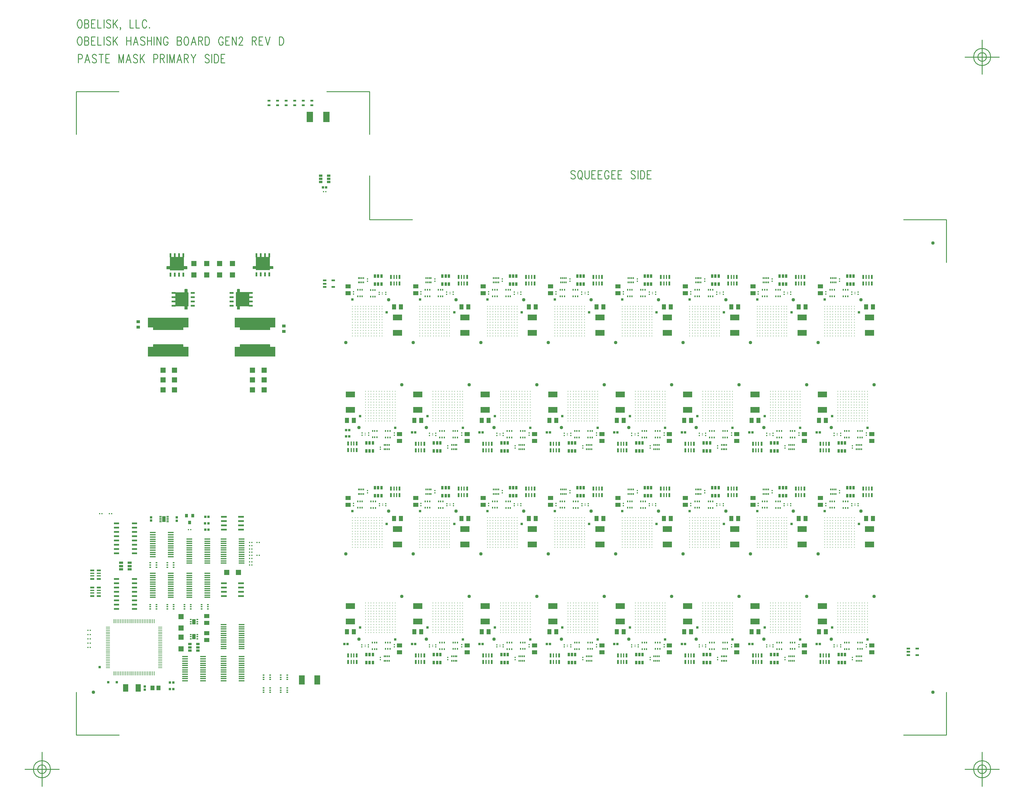
<source format=gbr>
*
*
G04 PADS 9.2 Build Number: 414666 generated Gerber (RS-274-X) file*
G04 PC Version=2.1*
*
%IN "SC1B_REVD_ARC.pcb"*%
*
%MOIN*%
*
%FSLAX24Y24*%
*
*
*
*
G04 PC Standard Apertures*
*
*
G04 Thermal Relief Aperture macro.*
%AMTER*
1,1,$1,0,0*
1,0,$1-$2,0,0*
21,0,$3,$4,0,0,45*
21,0,$3,$4,0,0,135*
%
*
*
G04 Annular Aperture macro.*
%AMANN*
1,1,$1,0,0*
1,0,$2,0,0*
%
*
*
G04 Odd Aperture macro.*
%AMODD*
1,1,$1,0,0*
1,0,$1-0.005,0,0*
%
*
*
G04 PC Custom Aperture Macros*
*
*
*
*
*
*
G04 PC Aperture Table*
*
%ADD010C,0.001*%
%ADD013R,0.06X0.06*%
%ADD017R,0.04X0.038*%
%ADD019R,0.07X0.015*%
%ADD020R,0.07X0.024*%
%ADD023R,0.027X0.027*%
%ADD026C,0.04*%
%ADD028C,0.01*%
%ADD032C,0.005*%
%ADD043R,0.032X0.024*%
%ADD048R,0.04X0.024*%
%ADD049R,0.045X0.025*%
%ADD050R,0.03X0.03*%
%ADD053R,0.035X0.04*%
%ADD063C,0.008*%
%ADD137R,0.012X0.022*%
%ADD138R,0.06X0.05*%
%ADD169R,0.017X0.045*%
%ADD190R,0.045X0.017*%
%ADD197R,0.016X0.018*%
%ADD199R,0.018X0.016*%
%ADD212R,0.048X0.058*%
%ADD234C,0.013*%
%ADD286R,0.11X0.07*%
%ADD287R,0.024X0.045*%
%ADD289R,0.05X0.06*%
%ADD290R,0.01654X0.02362*%
%ADD291R,0.045X0.024*%
%ADD293R,0.029X0.029*%
%ADD294R,0.063X0.09*%
%ADD295R,0.024X0.05*%
%ADD296R,0.05X0.024*%
%ADD297R,0.02362X0.01654*%
%ADD298R,0.06X0.024*%
%ADD299R,0.011X0.048*%
%ADD300R,0.048X0.011*%
%ADD303R,0.07X0.11*%
%ADD304R,0.02X0.012*%
%ADD305R,0.039X0.063*%
%ADD306R,0.026X0.012*%
%ADD307R,0.04X0.068*%
%ADD308R,0.472X0.117*%
%ADD309R,0.077X0.124*%
%ADD310R,0.012X0.01*%
%ADD351R,0.028X0.04*%
%ADD352R,0.04X0.028*%
*
*
*
*
G04 PC Circuitry*
G04 Layer Name SC1B_REVD_ARC.pcb - circuitry*
%LPD*%
*
*
G04 PC Custom Flashes*
G04 Layer Name SC1B_REVD_ARC.pcb - flashes*
%LPD*%
*
*
G04 PC Circuitry*
G04 Layer Name SC1B_REVD_ARC.pcb - circuitry*
%LPD*%
*
G54D10*
G54D13*
G01X36750Y73762D03*
Y75112D03*
X38250Y73762D03*
Y75112D03*
X40575Y61500D03*
X41925D03*
X40575Y62650D03*
X41925D03*
X35250Y73762D03*
Y75112D03*
X33750Y73762D03*
Y75112D03*
X31475Y62650D03*
X30125D03*
X31475Y61500D03*
X30125D03*
X32250Y33850D03*
Y32500D03*
Y31425D03*
Y30075D03*
X38925Y39000D03*
X37575D03*
X31475Y60350D03*
X30125D03*
X40575D03*
X41925D03*
G54D17*
X27250Y67685D03*
Y68315D03*
X44250Y67185D03*
Y67815D03*
G54D19*
X28950Y38907D03*
Y38651D03*
Y38395D03*
Y38139D03*
Y37883D03*
Y37627D03*
Y37372D03*
Y37116D03*
Y36860D03*
Y36604D03*
Y36348D03*
Y36092D03*
X31050D03*
Y36348D03*
Y36604D03*
Y36860D03*
Y37116D03*
Y37372D03*
Y37627D03*
Y37883D03*
Y38139D03*
Y38395D03*
Y38651D03*
Y38907D03*
X28950Y43657D03*
Y43401D03*
Y43145D03*
Y42889D03*
Y42633D03*
Y42377D03*
Y42122D03*
Y41866D03*
Y41610D03*
Y41354D03*
Y41098D03*
Y40842D03*
X31050D03*
Y41098D03*
Y41354D03*
Y41610D03*
Y41866D03*
Y42122D03*
Y42377D03*
Y42633D03*
Y42889D03*
Y43145D03*
Y43401D03*
Y43657D03*
X37200Y32907D03*
Y32651D03*
Y32395D03*
Y32139D03*
Y31883D03*
Y31627D03*
Y31372D03*
Y31116D03*
Y30860D03*
Y30604D03*
Y30348D03*
Y30092D03*
X39300D03*
Y30348D03*
Y30604D03*
Y30860D03*
Y31116D03*
Y31372D03*
Y31627D03*
Y31883D03*
Y32139D03*
Y32395D03*
Y32651D03*
Y32907D03*
X37200Y42907D03*
Y42651D03*
Y42395D03*
Y42139D03*
Y41883D03*
Y41627D03*
Y41372D03*
Y41116D03*
Y40860D03*
Y40604D03*
Y40348D03*
Y40092D03*
X39300D03*
Y40348D03*
Y40604D03*
Y40860D03*
Y41116D03*
Y41372D03*
Y41627D03*
Y41883D03*
Y42139D03*
Y42395D03*
Y42651D03*
Y42907D03*
X37200Y29157D03*
Y28901D03*
Y28645D03*
Y28389D03*
Y28133D03*
Y27877D03*
Y27622D03*
Y27366D03*
Y27110D03*
Y26854D03*
Y26598D03*
Y26342D03*
X39300D03*
Y26598D03*
Y26854D03*
Y27110D03*
Y27366D03*
Y27622D03*
Y27877D03*
Y28133D03*
Y28389D03*
Y28645D03*
Y28901D03*
Y29157D03*
X33200Y42907D03*
Y42651D03*
Y42395D03*
Y42139D03*
Y41883D03*
Y41627D03*
Y41372D03*
Y41116D03*
Y40860D03*
Y40604D03*
Y40348D03*
Y40092D03*
X35300D03*
Y40348D03*
Y40604D03*
Y40860D03*
Y41116D03*
Y41372D03*
Y41627D03*
Y41883D03*
Y42139D03*
Y42395D03*
Y42651D03*
Y42907D03*
X32700Y29157D03*
Y28901D03*
Y28645D03*
Y28389D03*
Y28133D03*
Y27877D03*
Y27622D03*
Y27366D03*
Y27110D03*
Y26854D03*
Y26598D03*
Y26342D03*
X34800D03*
Y26598D03*
Y26854D03*
Y27110D03*
Y27366D03*
Y27622D03*
Y27877D03*
Y28133D03*
Y28389D03*
Y28645D03*
Y28901D03*
Y29157D03*
X33200Y38907D03*
Y38651D03*
Y38395D03*
Y38139D03*
Y37883D03*
Y37627D03*
Y37372D03*
Y37116D03*
Y36860D03*
Y36604D03*
Y36348D03*
Y36092D03*
X35300D03*
Y36348D03*
Y36604D03*
Y36860D03*
Y37116D03*
Y37372D03*
Y37627D03*
Y37883D03*
Y38139D03*
Y38395D03*
Y38651D03*
Y38907D03*
G54D20*
X37250Y37750D03*
Y37250D03*
Y36750D03*
Y36250D03*
X39250D03*
Y36750D03*
Y37250D03*
Y37750D03*
X37250Y45500D03*
Y45000D03*
Y44500D03*
Y44000D03*
X39250D03*
Y44500D03*
Y45000D03*
Y45500D03*
G54D23*
X28000Y25320D03*
Y25680D03*
X48820Y84000D03*
X49180D03*
X59555Y30625D03*
X59195D03*
X51680D03*
X51320D03*
X67430D03*
X67070D03*
X75305D03*
X74945D03*
X83180D03*
X82820D03*
X91055D03*
X90695D03*
X98930D03*
X98570D03*
X106805D03*
X106445D03*
X106805Y55375D03*
X106445D03*
X98930D03*
X98570D03*
X91055D03*
X90695D03*
X83180D03*
X82820D03*
X75305D03*
X74945D03*
X67430D03*
X67070D03*
X59555D03*
X59195D03*
X51880Y54900D03*
X51520D03*
X51880Y55625D03*
X51520D03*
X35070Y45500D03*
X35430D03*
X35070Y44000D03*
X35430D03*
X28750Y45430D03*
Y45070D03*
G54D26*
X82972Y41161D03*
X87972Y46161D03*
X89507Y36200D03*
X84507Y31200D03*
X90846Y41161D03*
X95846Y46161D03*
X97381Y36200D03*
X92381Y31200D03*
X98720Y41161D03*
X103720Y46161D03*
X105255Y36200D03*
X100255Y31200D03*
X106594Y41161D03*
X111594Y46161D03*
X113129Y36200D03*
X108129Y31200D03*
X106594Y65885D03*
X111594Y70885D03*
X113129Y60925D03*
X108129Y55925D03*
X98720Y65885D03*
X103720Y70885D03*
X51476Y41161D03*
X56476Y46161D03*
X105255Y60925D03*
X100255Y55925D03*
X90846Y65885D03*
X95846Y70885D03*
X97381Y60925D03*
X92381Y55925D03*
X82972Y65885D03*
X87972Y70885D03*
X89507Y60925D03*
X84507Y55925D03*
X75098Y65885D03*
X80098Y70885D03*
X81633Y60925D03*
X76633Y55925D03*
X67224Y65885D03*
X72224Y70885D03*
X73759Y60925D03*
X68759Y55925D03*
X59350Y65885D03*
X64350Y70885D03*
X58011Y36200D03*
X53011Y31200D03*
X65885Y60925D03*
X60885Y55925D03*
X51476Y65885D03*
X56476Y70885D03*
X58011Y60925D03*
X53011Y55925D03*
X59350Y41161D03*
X64350Y46161D03*
X65885Y36200D03*
X60885Y31200D03*
X67224Y41161D03*
X72224Y46161D03*
X73759Y36200D03*
X68759Y31200D03*
X75098Y41161D03*
X80098Y46161D03*
X81633Y36200D03*
X76633Y31200D03*
X120000Y77500D03*
Y25000D03*
X22000D03*
G54D28*
X78227Y85843D02*
X78159Y85937D01*
X78159D02*
X78056Y85984D01*
X78056D02*
X77920D01*
X77818Y85937*
X77818D02*
X77750Y85843D01*
X77750D02*
Y85750D01*
X77784Y85656*
X77818Y85609*
X77886Y85562*
X77886D02*
X78090Y85468D01*
X78090D02*
X78159Y85421D01*
X78159D02*
X78193Y85375D01*
X78227Y85281*
Y85140*
X78227D02*
X78159Y85046D01*
X78159D02*
X78056Y85000D01*
X78056D02*
X77920D01*
X77818Y85046*
X77818D02*
X77750Y85140D01*
X78738Y85984D02*
X78670Y85937D01*
X78670D02*
X78602Y85843D01*
X78602D02*
X78568Y85750D01*
X78534Y85609*
Y85375*
X78568Y85234*
X78602Y85140*
X78602D02*
X78670Y85046D01*
X78670D02*
X78738Y85000D01*
X78738D02*
X78875D01*
X78943Y85046*
X78943D02*
X79011Y85140D01*
X79011D02*
X79045Y85234D01*
X79079Y85375*
X79079D02*
Y85609D01*
X79079D02*
X79045Y85750D01*
X79011Y85843*
X79011D02*
X78943Y85937D01*
X78943D02*
X78875Y85984D01*
X78738*
X78840Y85187D02*
X79045Y84906D01*
X79386Y85984D02*
Y85281D01*
X79420Y85140*
X79420D02*
X79488Y85046D01*
X79488D02*
X79590Y85000D01*
X79590D02*
X79659D01*
X79761Y85046*
X79761D02*
X79829Y85140D01*
X79829D02*
X79863Y85281D01*
X79863D02*
Y85984D01*
X80170D02*
Y85000D01*
Y85984D02*
X80613D01*
X80170Y85515D02*
X80443D01*
X80170Y85000D02*
X80613D01*
X80920Y85984D02*
Y85000D01*
Y85984D02*
X81363D01*
X80920Y85515D02*
X81193D01*
X80920Y85000D02*
X81363D01*
X82181Y85750D02*
X82147Y85843D01*
X82147D02*
X82079Y85937D01*
X82079D02*
X82011Y85984D01*
X81875*
X81806Y85937*
X81806D02*
X81738Y85843D01*
X81738D02*
X81704Y85750D01*
X81704D02*
X81670Y85609D01*
Y85375*
X81704Y85234*
X81704D02*
X81738Y85140D01*
X81738D02*
X81806Y85046D01*
X81806D02*
X81875Y85000D01*
X82011*
X82079Y85046*
X82079D02*
X82147Y85140D01*
X82147D02*
X82181Y85234D01*
X82181D02*
Y85375D01*
X82011D02*
X82181D01*
X82488Y85984D02*
Y85000D01*
Y85984D02*
X82931D01*
X82488Y85515D02*
X82761D01*
X82488Y85000D02*
X82931D01*
X83238Y85984D02*
Y85000D01*
Y85984D02*
X83681D01*
X83238Y85515D02*
X83511D01*
X83238Y85000D02*
X83681D01*
X85250Y85843D02*
X85181Y85937D01*
X85181D02*
X85079Y85984D01*
X85079D02*
X84943D01*
X84840Y85937*
X84840D02*
X84772Y85843D01*
X84772D02*
Y85750D01*
X84772D02*
X84806Y85656D01*
X84806D02*
X84840Y85609D01*
X84840D02*
X84909Y85562D01*
X84909D02*
X85113Y85468D01*
X85113D02*
X85181Y85421D01*
X85181D02*
X85215Y85375D01*
X85215D02*
X85250Y85281D01*
Y85140*
X85250D02*
X85181Y85046D01*
X85181D02*
X85079Y85000D01*
X85079D02*
X84943D01*
X84840Y85046*
X84840D02*
X84772Y85140D01*
X85556Y85984D02*
Y85000D01*
X85863Y85984D02*
Y85000D01*
Y85984D02*
X86102D01*
X86204Y85937*
X86204D02*
X86272Y85843D01*
X86272D02*
X86306Y85750D01*
X86306D02*
X86340Y85609D01*
X86340D02*
Y85375D01*
X86340D02*
X86306Y85234D01*
X86306D02*
X86272Y85140D01*
X86272D02*
X86204Y85046D01*
X86204D02*
X86102Y85000D01*
X85863*
X86647Y85984D02*
Y85000D01*
Y85984D02*
X87090D01*
X86647Y85515D02*
X86920D01*
X86647Y85000D02*
X87090D01*
X20324Y101614D02*
X20256Y101567D01*
X20256D02*
X20188Y101473D01*
X20188D02*
X20154Y101380D01*
X20120Y101239*
Y101005*
X20154Y100864*
X20188Y100770*
X20188D02*
X20256Y100676D01*
X20256D02*
X20324Y100630D01*
X20324D02*
X20460D01*
X20460D02*
X20529Y100676D01*
X20529D02*
X20597Y100770D01*
X20597D02*
X20631Y100864D01*
X20665Y101005*
Y101239*
X20631Y101380*
X20597Y101473*
X20597D02*
X20529Y101567D01*
X20529D02*
X20460Y101614D01*
X20460D02*
X20324D01*
X20972D02*
Y100630D01*
Y101614D02*
X21279D01*
X21381Y101567*
X21381D02*
X21415Y101520D01*
X21415D02*
X21449Y101426D01*
X21449D02*
Y101333D01*
X21449D02*
X21415Y101239D01*
X21381Y101192*
X21381D02*
X21279Y101145D01*
X20972D02*
X21279D01*
X21279D02*
X21381Y101098D01*
X21381D02*
X21415Y101051D01*
X21415D02*
X21449Y100958D01*
X21449D02*
Y100817D01*
X21449D02*
X21415Y100723D01*
X21415D02*
X21381Y100676D01*
X21381D02*
X21279Y100630D01*
X20972*
X21756Y101614D02*
Y100630D01*
Y101614D02*
X22199D01*
X21756Y101145D02*
X22029D01*
X21756Y100630D02*
X22199D01*
X22506Y101614D02*
Y100630D01*
X22915*
X23222Y101614D02*
Y100630D01*
X24006Y101473D02*
X23938Y101567D01*
X23938D02*
X23835Y101614D01*
X23835D02*
X23699D01*
X23699D02*
X23597Y101567D01*
X23597D02*
X23529Y101473D01*
X23529D02*
Y101380D01*
X23563Y101286*
X23597Y101239*
X23665Y101192*
X23665D02*
X23870Y101098D01*
X23870D02*
X23938Y101051D01*
X23938D02*
X23972Y101005D01*
X24006Y100911*
Y100770*
X24006D02*
X23938Y100676D01*
X23938D02*
X23835Y100630D01*
X23835D02*
X23699D01*
X23699D02*
X23597Y100676D01*
X23597D02*
X23529Y100770D01*
X24313Y101614D02*
Y100630D01*
X24790Y101614D02*
X24313Y100958D01*
X24483Y101192D02*
X24790Y100630D01*
X25881Y101614D02*
Y100630D01*
X26358Y101614D02*
Y100630D01*
X25881Y101145D02*
X26358D01*
X26938Y101614D02*
X26665Y100630D01*
X26938Y101614D02*
X27210Y100630D01*
X26767Y100958D02*
X27108D01*
X27995Y101473D02*
X27926Y101567D01*
X27926D02*
X27824Y101614D01*
X27824D02*
X27688D01*
X27585Y101567*
X27585D02*
X27517Y101473D01*
X27517D02*
Y101380D01*
X27517D02*
X27551Y101286D01*
X27551D02*
X27585Y101239D01*
X27585D02*
X27654Y101192D01*
X27654D02*
X27858Y101098D01*
X27858D02*
X27926Y101051D01*
X27926D02*
X27960Y101005D01*
X27960D02*
X27995Y100911D01*
Y100770*
X27995D02*
X27926Y100676D01*
X27926D02*
X27824Y100630D01*
X27824D02*
X27688D01*
X27585Y100676*
X27585D02*
X27517Y100770D01*
X28301Y101614D02*
Y100630D01*
X28779Y101614D02*
Y100630D01*
X28301Y101145D02*
X28779D01*
X29085Y101614D02*
Y100630D01*
X29392Y101614D02*
Y100630D01*
Y101614D02*
X29870Y100630D01*
Y101614D02*
Y100630D01*
X30688Y101380D02*
X30654Y101473D01*
X30654D02*
X30585Y101567D01*
X30585D02*
X30517Y101614D01*
X30517D02*
X30381D01*
X30313Y101567*
X30313D02*
X30245Y101473D01*
X30245D02*
X30210Y101380D01*
X30210D02*
X30176Y101239D01*
X30176D02*
Y101005D01*
X30176D02*
X30210Y100864D01*
X30210D02*
X30245Y100770D01*
X30245D02*
X30313Y100676D01*
X30313D02*
X30381Y100630D01*
X30517*
X30517D02*
X30585Y100676D01*
X30585D02*
X30654Y100770D01*
X30654D02*
X30688Y100864D01*
Y101005*
X30517D02*
X30688D01*
X31779Y101614D02*
Y100630D01*
Y101614D02*
X32085D01*
X32085D02*
X32188Y101567D01*
X32188D02*
X32222Y101520D01*
X32222D02*
X32256Y101426D01*
X32256D02*
Y101333D01*
X32222Y101239*
X32188Y101192*
X32188D02*
X32085Y101145D01*
X31779D02*
X32085D01*
X32085D02*
X32188Y101098D01*
X32188D02*
X32222Y101051D01*
X32222D02*
X32256Y100958D01*
Y100817*
X32256D02*
X32222Y100723D01*
X32222D02*
X32188Y100676D01*
X32188D02*
X32085Y100630D01*
X32085D02*
X31779D01*
X32767Y101614D02*
X32699Y101567D01*
X32699D02*
X32631Y101473D01*
X32631D02*
X32597Y101380D01*
X32563Y101239*
Y101005*
X32597Y100864*
X32631Y100770*
X32631D02*
X32699Y100676D01*
X32699D02*
X32767Y100630D01*
X32767D02*
X32904D01*
X32972Y100676*
X32972D02*
X33040Y100770D01*
X33040D02*
X33074Y100864D01*
X33074D02*
X33108Y101005D01*
X33108D02*
Y101239D01*
X33108D02*
X33074Y101380D01*
X33074D02*
X33040Y101473D01*
X33040D02*
X32972Y101567D01*
X32972D02*
X32904Y101614D01*
X32767*
X33688D02*
X33415Y100630D01*
X33688Y101614D02*
X33960Y100630D01*
X33517Y100958D02*
X33858D01*
X34267Y101614D02*
Y100630D01*
Y101614D02*
X34574D01*
X34574D02*
X34676Y101567D01*
X34676D02*
X34710Y101520D01*
X34710D02*
X34745Y101426D01*
X34745D02*
Y101333D01*
X34710Y101239*
X34710D02*
X34676Y101192D01*
X34676D02*
X34574Y101145D01*
X34574D02*
X34267D01*
X34506D02*
X34745Y100630D01*
X35051Y101614D02*
Y100630D01*
Y101614D02*
X35290D01*
X35392Y101567*
X35392D02*
X35460Y101473D01*
X35460D02*
X35495Y101380D01*
X35529Y101239*
Y101005*
X35495Y100864*
X35460Y100770*
X35460D02*
X35392Y100676D01*
X35392D02*
X35290Y100630D01*
X35051*
X37131Y101380D02*
X37097Y101473D01*
X37097D02*
X37029Y101567D01*
X37029D02*
X36960Y101614D01*
X36960D02*
X36824D01*
X36824D02*
X36756Y101567D01*
X36756D02*
X36688Y101473D01*
X36688D02*
X36654Y101380D01*
X36620Y101239*
Y101005*
X36654Y100864*
X36688Y100770*
X36688D02*
X36756Y100676D01*
X36756D02*
X36824Y100630D01*
X36824D02*
X36960D01*
X36960D02*
X37029Y100676D01*
X37029D02*
X37097Y100770D01*
X37097D02*
X37131Y100864D01*
Y101005*
X36960D02*
X37131D01*
X37438Y101614D02*
Y100630D01*
Y101614D02*
X37881D01*
X37438Y101145D02*
X37710D01*
X37438Y100630D02*
X37881D01*
X38188Y101614D02*
Y100630D01*
Y101614D02*
X38665Y100630D01*
Y101614D02*
Y100630D01*
X39006Y101380D02*
Y101426D01*
X39006D02*
X39040Y101520D01*
X39040D02*
X39074Y101567D01*
X39074D02*
X39142Y101614D01*
X39142D02*
X39279D01*
X39347Y101567*
X39347D02*
X39381Y101520D01*
X39381D02*
X39415Y101426D01*
X39415D02*
Y101333D01*
X39381Y101239*
X39313Y101098*
X39313D02*
X38972Y100630D01*
X39449*
X40540Y101614D02*
Y100630D01*
Y101614D02*
X40847D01*
X40949Y101567*
X40949D02*
X40983Y101520D01*
X40983D02*
X41017Y101426D01*
X41017D02*
Y101333D01*
X41017D02*
X40983Y101239D01*
X40983D02*
X40949Y101192D01*
X40949D02*
X40847Y101145D01*
X40847D02*
X40540D01*
X40779D02*
X41017Y100630D01*
X41324Y101614D02*
Y100630D01*
Y101614D02*
X41767D01*
X41324Y101145D02*
X41597D01*
X41324Y100630D02*
X41767D01*
X42074Y101614D02*
X42347Y100630D01*
X42620Y101614D02*
X42347Y100630D01*
X43710Y101614D02*
Y100630D01*
Y101614D02*
X43949D01*
X43949D02*
X44051Y101567D01*
X44051D02*
X44120Y101473D01*
X44120D02*
X44154Y101380D01*
X44188Y101239*
Y101005*
X44154Y100864*
X44120Y100770*
X44120D02*
X44051Y100676D01*
X44051D02*
X43949Y100630D01*
X43949D02*
X43710D01*
X20230Y99559D02*
Y98575D01*
Y99559D02*
X20536D01*
X20536D02*
X20639Y99512D01*
X20639D02*
X20673Y99465D01*
X20673D02*
X20707Y99371D01*
X20707D02*
Y99231D01*
X20673Y99137*
X20673D02*
X20639Y99090D01*
X20639D02*
X20536Y99043D01*
X20536D02*
X20230D01*
X21286Y99559D02*
X21014Y98575D01*
X21286Y99559D02*
X21559Y98575D01*
X21116Y98903D02*
X21457D01*
X22343Y99418D02*
X22275Y99512D01*
X22275D02*
X22173Y99559D01*
X22036*
X22036D02*
X21934Y99512D01*
X21934D02*
X21866Y99418D01*
X21866D02*
Y99325D01*
X21900Y99231*
X21934Y99184*
X21934D02*
X22002Y99137D01*
X22002D02*
X22207Y99043D01*
X22207D02*
X22275Y98996D01*
X22275D02*
X22309Y98950D01*
X22309D02*
X22343Y98856D01*
X22343D02*
Y98715D01*
X22343D02*
X22275Y98621D01*
X22275D02*
X22173Y98575D01*
X22036*
X22036D02*
X21934Y98621D01*
X21934D02*
X21866Y98715D01*
X22889Y99559D02*
Y98575D01*
X22650Y99559D02*
X23127D01*
X23434D02*
Y98575D01*
Y99559D02*
X23877D01*
X23434Y99090D02*
X23707D01*
X23434Y98575D02*
X23877D01*
X24968Y99559D02*
Y98575D01*
Y99559D02*
X25241Y98575D01*
X25514Y99559D02*
X25241Y98575D01*
X25514Y99559D02*
Y98575D01*
X26093Y99559D02*
X25820Y98575D01*
X26093Y99559D02*
X26366Y98575D01*
X25923Y98903D02*
X26264D01*
X27150Y99418D02*
X27082Y99512D01*
X27082D02*
X26980Y99559D01*
X26843*
X26843D02*
X26741Y99512D01*
X26741D02*
X26673Y99418D01*
X26673D02*
Y99325D01*
X26707Y99231*
X26741Y99184*
X26809Y99137*
X26809D02*
X27014Y99043D01*
X27014D02*
X27082Y98996D01*
X27082D02*
X27116Y98950D01*
X27150Y98856*
Y98715*
X27150D02*
X27082Y98621D01*
X27082D02*
X26980Y98575D01*
X26843*
X26843D02*
X26741Y98621D01*
X26741D02*
X26673Y98715D01*
X27457Y99559D02*
Y98575D01*
X27934Y99559D02*
X27457Y98903D01*
X27627Y99137D02*
X27934Y98575D01*
X29025Y99559D02*
Y98575D01*
Y99559D02*
X29332D01*
X29434Y99512*
X29434D02*
X29468Y99465D01*
X29468D02*
X29502Y99371D01*
X29502D02*
Y99231D01*
X29502D02*
X29468Y99137D01*
X29468D02*
X29434Y99090D01*
X29434D02*
X29332Y99043D01*
X29332D02*
X29025D01*
X29809Y99559D02*
Y98575D01*
Y99559D02*
X30116D01*
X30218Y99512*
X30218D02*
X30252Y99465D01*
X30252D02*
X30286Y99371D01*
X30286D02*
Y99278D01*
X30286D02*
X30252Y99184D01*
X30252D02*
X30218Y99137D01*
X30218D02*
X30116Y99090D01*
X30116D02*
X29809D01*
X30048D02*
X30286Y98575D01*
X30593Y99559D02*
Y98575D01*
X30900Y99559D02*
Y98575D01*
Y99559D02*
X31173Y98575D01*
X31445Y99559D02*
X31173Y98575D01*
X31445Y99559D02*
Y98575D01*
X32025Y99559D02*
X31752Y98575D01*
X32025Y99559D02*
X32298Y98575D01*
X31855Y98903D02*
X32195D01*
X32605Y99559D02*
Y98575D01*
Y99559D02*
X32911D01*
X32911D02*
X33014Y99512D01*
X33014D02*
X33048Y99465D01*
X33048D02*
X33082Y99371D01*
X33082D02*
Y99278D01*
X33048Y99184*
X33014Y99137*
X33014D02*
X32911Y99090D01*
X32911D02*
X32605D01*
X32843D02*
X33082Y98575D01*
X33389Y99559D02*
X33661Y99090D01*
X33661D02*
Y98575D01*
X33934Y99559D02*
X33661Y99090D01*
X35502Y99418D02*
X35434Y99512D01*
X35434D02*
X35332Y99559D01*
X35195*
X35195D02*
X35093Y99512D01*
X35093D02*
X35025Y99418D01*
X35025D02*
Y99325D01*
X35059Y99231*
X35059D02*
X35093Y99184D01*
X35093D02*
X35161Y99137D01*
X35161D02*
X35366Y99043D01*
X35366D02*
X35434Y98996D01*
X35434D02*
X35468Y98950D01*
X35468D02*
X35502Y98856D01*
X35502D02*
Y98715D01*
X35502D02*
X35434Y98621D01*
X35434D02*
X35332Y98575D01*
X35195*
X35195D02*
X35093Y98621D01*
X35093D02*
X35025Y98715D01*
X35809Y99559D02*
Y98575D01*
X36116Y99559D02*
Y98575D01*
Y99559D02*
X36355D01*
X36457Y99512*
X36457D02*
X36525Y99418D01*
X36525D02*
X36559Y99325D01*
X36559D02*
X36593Y99184D01*
X36593D02*
Y98950D01*
X36593D02*
X36559Y98809D01*
X36559D02*
X36525Y98715D01*
X36525D02*
X36457Y98621D01*
X36457D02*
X36355Y98575D01*
X36116*
X36900Y99559D02*
Y98575D01*
Y99559D02*
X37343D01*
X36900Y99090D02*
X37173D01*
X36900Y98575D02*
X37343D01*
X20324Y103614D02*
X20256Y103567D01*
X20256D02*
X20188Y103473D01*
X20188D02*
X20154Y103380D01*
X20120Y103239*
Y103005*
X20154Y102864*
X20188Y102770*
X20188D02*
X20256Y102676D01*
X20256D02*
X20324Y102630D01*
X20324D02*
X20460D01*
X20460D02*
X20529Y102676D01*
X20529D02*
X20597Y102770D01*
X20597D02*
X20631Y102864D01*
X20665Y103005*
Y103239*
X20631Y103380*
X20597Y103473*
X20597D02*
X20529Y103567D01*
X20529D02*
X20460Y103614D01*
X20460D02*
X20324D01*
X20972D02*
Y102630D01*
Y103614D02*
X21279D01*
X21381Y103567*
X21381D02*
X21415Y103520D01*
X21415D02*
X21449Y103426D01*
X21449D02*
Y103333D01*
X21449D02*
X21415Y103239D01*
X21381Y103192*
X21381D02*
X21279Y103145D01*
X20972D02*
X21279D01*
X21279D02*
X21381Y103098D01*
X21381D02*
X21415Y103051D01*
X21415D02*
X21449Y102958D01*
X21449D02*
Y102817D01*
X21449D02*
X21415Y102723D01*
X21415D02*
X21381Y102676D01*
X21381D02*
X21279Y102630D01*
X20972*
X21756Y103614D02*
Y102630D01*
Y103614D02*
X22199D01*
X21756Y103145D02*
X22029D01*
X21756Y102630D02*
X22199D01*
X22506Y103614D02*
Y102630D01*
X22915*
X23222Y103614D02*
Y102630D01*
X24006Y103473D02*
X23938Y103567D01*
X23938D02*
X23835Y103614D01*
X23835D02*
X23699D01*
X23699D02*
X23597Y103567D01*
X23597D02*
X23529Y103473D01*
X23529D02*
Y103380D01*
X23563Y103286*
X23597Y103239*
X23665Y103192*
X23665D02*
X23870Y103098D01*
X23870D02*
X23938Y103051D01*
X23938D02*
X23972Y103005D01*
X24006Y102911*
Y102770*
X24006D02*
X23938Y102676D01*
X23938D02*
X23835Y102630D01*
X23835D02*
X23699D01*
X23699D02*
X23597Y102676D01*
X23597D02*
X23529Y102770D01*
X24313Y103614D02*
Y102630D01*
X24790Y103614D02*
X24313Y102958D01*
X24483Y103192D02*
X24790Y102630D01*
X25165Y102676D02*
X25131Y102630D01*
X25097Y102676*
X25097D02*
X25131Y102723D01*
X25131D02*
X25165Y102676D01*
X25165D02*
Y102583D01*
X25131Y102489*
X25097Y102442*
X26256Y103614D02*
Y102630D01*
X26665*
X26972Y103614D02*
Y102630D01*
X27381*
X28199Y103380D02*
X28165Y103473D01*
X28165D02*
X28097Y103567D01*
X28097D02*
X28029Y103614D01*
X27892*
X27892D02*
X27824Y103567D01*
X27824D02*
X27756Y103473D01*
X27756D02*
X27722Y103380D01*
X27688Y103239*
Y103005*
X27722Y102864*
X27756Y102770*
X27756D02*
X27824Y102676D01*
X27824D02*
X27892Y102630D01*
X27892D02*
X28029D01*
X28097Y102676*
X28097D02*
X28165Y102770D01*
X28165D02*
X28199Y102864D01*
X28540Y102723D02*
X28506Y102676D01*
X28506D02*
X28540Y102630D01*
X28574Y102676*
X28574D02*
X28540Y102723D01*
X25000Y20000D02*
X20000D01*
Y25000*
X59250Y80236D02*
X54250D01*
Y85375*
X49242Y95200D02*
X54251D01*
Y90202*
X116570Y80236D02*
X121570D01*
Y75250*
X20000Y90193D02*
Y95200D01*
X24965*
X121570Y25000D02*
Y20000D01*
X116570*
X126750Y99250D02*
G75*
G03X126750I-1000J0D01*
G01X126250D02*
G03X126250I-500J0D01*
G01X125750Y101250D02*
Y97250D01*
X123750Y99250D02*
X127750D01*
X126750Y16000D02*
G03X126750I-1000J0D01*
G01X126250D02*
G03X126250I-500J0D01*
G01X125750Y18000D02*
Y14000D01*
X123750Y16000D02*
X127750D01*
X17000D02*
G03X17000I-1000J0D01*
G01X16500D02*
G03X16500I-500J0D01*
G01X16000Y18000D02*
Y14000D01*
X14000Y16000D02*
X18000D01*
G54D32*
X42975Y74775D02*
X42599D01*
X42599D02*
X42585Y74789D01*
X42585D02*
Y75855D01*
X41005*
Y74789*
X41005D02*
X40990Y74775D01*
X40625*
Y74495*
X40990*
X41005Y74480*
Y74365*
X42585*
Y74480*
X42599Y74495*
X42599D02*
X42975D01*
Y74775*
X40625Y74495D02*
Y74775D01*
X40650Y74495D02*
Y74775D01*
X40675Y74495D02*
Y74775D01*
X40700Y74495D02*
Y74775D01*
X40725Y74495D02*
Y74775D01*
X40750Y74495D02*
Y74775D01*
X40775Y74495D02*
Y74775D01*
X40800Y74495D02*
Y74775D01*
X40825Y74495D02*
Y74775D01*
X40850Y74495D02*
Y74775D01*
X40875Y74495D02*
Y74775D01*
X40900Y74495D02*
Y74775D01*
X40925Y74495D02*
Y74775D01*
X40950Y74495D02*
Y74775D01*
X40975Y74495D02*
Y74775D01*
X41000Y74485D02*
Y74784D01*
X41025Y74365D02*
Y75855D01*
X41050Y74365D02*
Y75855D01*
X41075Y74365D02*
Y75855D01*
X41100Y74365D02*
Y75855D01*
X41125Y74365D02*
Y75855D01*
X41150Y74365D02*
Y75855D01*
X41175Y74365D02*
Y75855D01*
X41200Y74365D02*
Y75855D01*
X41225Y74365D02*
Y75855D01*
X41250Y74365D02*
Y75855D01*
X41275Y74365D02*
Y75855D01*
X41300Y74365D02*
Y75855D01*
X41325Y74365D02*
Y75855D01*
X41350Y74365D02*
Y75855D01*
X41375Y74365D02*
Y75855D01*
X41400Y74365D02*
Y75855D01*
X41425Y74365D02*
Y75855D01*
X41450Y74365D02*
Y75855D01*
X41475Y74365D02*
Y75855D01*
X41500Y74365D02*
Y75855D01*
X41525Y74365D02*
Y75855D01*
X41550Y74365D02*
Y75855D01*
X41575Y74365D02*
Y75855D01*
X41600Y74365D02*
Y75855D01*
X41625Y74365D02*
Y75855D01*
X41650Y74365D02*
Y75855D01*
X41675Y74365D02*
Y75855D01*
X41700Y74365D02*
Y75855D01*
X41725Y74365D02*
Y75855D01*
X41750Y74365D02*
Y75855D01*
X41775Y74365D02*
Y75855D01*
X41800Y74365D02*
Y75855D01*
X41825Y74365D02*
Y75855D01*
X41850Y74365D02*
Y75855D01*
X41875Y74365D02*
Y75855D01*
X41900Y74365D02*
Y75855D01*
X41925Y74365D02*
Y75855D01*
X41950Y74365D02*
Y75855D01*
X41975Y74365D02*
Y75855D01*
X42000Y74365D02*
Y75855D01*
X42025Y74365D02*
Y75855D01*
X42050Y74365D02*
Y75855D01*
X42075Y74365D02*
Y75855D01*
X42100Y74365D02*
Y75855D01*
X42125Y74365D02*
Y75855D01*
X42150Y74365D02*
Y75855D01*
X42175Y74365D02*
Y75855D01*
X42200Y74365D02*
Y75855D01*
X42225Y74365D02*
Y75855D01*
X42250Y74365D02*
Y75855D01*
X42275Y74365D02*
Y75855D01*
X42300Y74365D02*
Y75855D01*
X42325Y74365D02*
Y75855D01*
X42350Y74365D02*
Y75855D01*
X42375Y74365D02*
Y75855D01*
X42400Y74365D02*
Y75855D01*
X42425Y74365D02*
Y75855D01*
X42450Y74365D02*
Y75855D01*
X42475Y74365D02*
Y75855D01*
X42500Y74365D02*
Y75855D01*
X42525Y74365D02*
Y75855D01*
X42550Y74365D02*
Y75855D01*
X42575Y74365D02*
Y75855D01*
X42600Y74495D02*
Y74775D01*
X42625Y74495D02*
Y74775D01*
X42650Y74495D02*
Y74775D01*
X42675Y74495D02*
Y74775D01*
X42700Y74495D02*
Y74775D01*
X42725Y74495D02*
Y74775D01*
X42750Y74495D02*
Y74775D01*
X42775Y74495D02*
Y74775D01*
X42800Y74495D02*
Y74775D01*
X42825Y74495D02*
Y74775D01*
X42850Y74495D02*
Y74775D01*
X42875Y74495D02*
Y74775D01*
X42900Y74495D02*
Y74775D01*
X42925Y74495D02*
Y74775D01*
X42950Y74495D02*
Y74775D01*
X39075Y69762D02*
Y70137D01*
X39089Y70152*
X39089D02*
X40155D01*
Y71732*
X39089*
X39089D02*
X39075Y71746D01*
X39075D02*
Y72112D01*
X38795*
Y71746*
X38795D02*
X38780Y71732D01*
X38665*
Y70152*
X38780*
X38795Y70137*
Y69762*
X39075*
X38675Y70152D02*
Y71732D01*
X38700Y70152D02*
Y71732D01*
X38725Y70152D02*
Y71732D01*
X38750Y70152D02*
Y71732D01*
X38775Y70152D02*
Y71732D01*
X38800Y69762D02*
Y72112D01*
X38825Y69762D02*
Y72112D01*
X38850Y69762D02*
Y72112D01*
X38875Y69762D02*
Y72112D01*
X38900Y69762D02*
Y72112D01*
X38925Y69762D02*
Y72112D01*
X38950Y69762D02*
Y72112D01*
X38975Y69762D02*
Y72112D01*
X39000Y69762D02*
Y72112D01*
X39025Y69762D02*
Y72112D01*
X39050Y69762D02*
Y72112D01*
X39075Y70137D02*
Y71746D01*
X39100Y70152D02*
Y71732D01*
X39125Y70152D02*
Y71732D01*
X39150Y70152D02*
Y71732D01*
X39175Y70152D02*
Y71732D01*
X39200Y70152D02*
Y71732D01*
X39225Y70152D02*
Y71732D01*
X39250Y70152D02*
Y71732D01*
X39275Y70152D02*
Y71732D01*
X39300Y70152D02*
Y71732D01*
X39325Y70152D02*
Y71732D01*
X39350Y70152D02*
Y71732D01*
X39375Y70152D02*
Y71732D01*
X39400Y70152D02*
Y71732D01*
X39425Y70152D02*
Y71732D01*
X39450Y70152D02*
Y71732D01*
X39475Y70152D02*
Y71732D01*
X39500Y70152D02*
Y71732D01*
X39525Y70152D02*
Y71732D01*
X39550Y70152D02*
Y71732D01*
X39575Y70152D02*
Y71732D01*
X39600Y70152D02*
Y71732D01*
X39625Y70152D02*
Y71732D01*
X39650Y70152D02*
Y71732D01*
X39675Y70152D02*
Y71732D01*
X39700Y70152D02*
Y71732D01*
X39725Y70152D02*
Y71732D01*
X39750Y70152D02*
Y71732D01*
X39775Y70152D02*
Y71732D01*
X39800Y70152D02*
Y71732D01*
X39825Y70152D02*
Y71732D01*
X39850Y70152D02*
Y71732D01*
X39875Y70152D02*
Y71732D01*
X39900Y70152D02*
Y71732D01*
X39925Y70152D02*
Y71732D01*
X39950Y70152D02*
Y71732D01*
X39975Y70152D02*
Y71732D01*
X40000Y70152D02*
Y71732D01*
X40025Y70152D02*
Y71732D01*
X40050Y70152D02*
Y71732D01*
X40075Y70152D02*
Y71732D01*
X40100Y70152D02*
Y71732D01*
X40125Y70152D02*
Y71732D01*
X40150Y70152D02*
Y71732D01*
X32925Y74762D02*
X32549D01*
X32549D02*
X32535Y74776D01*
X32535D02*
Y75842D01*
X30955*
Y74776*
X30955D02*
X30940Y74762D01*
X30575*
Y74482*
X30940*
X30955Y74467*
Y74352*
X32535*
Y74467*
X32549Y74482*
X32549D02*
X32925D01*
Y74762*
X30575Y74482D02*
Y74762D01*
X30600Y74482D02*
Y74762D01*
X30625Y74482D02*
Y74762D01*
X30650Y74482D02*
Y74762D01*
X30675Y74482D02*
Y74762D01*
X30700Y74482D02*
Y74762D01*
X30725Y74482D02*
Y74762D01*
X30750Y74482D02*
Y74762D01*
X30775Y74482D02*
Y74762D01*
X30800Y74482D02*
Y74762D01*
X30825Y74482D02*
Y74762D01*
X30850Y74482D02*
Y74762D01*
X30875Y74482D02*
Y74762D01*
X30900Y74482D02*
Y74762D01*
X30925Y74482D02*
Y74762D01*
X30950Y74472D02*
Y74771D01*
X30975Y74352D02*
Y75842D01*
X31000Y74352D02*
Y75842D01*
X31025Y74352D02*
Y75842D01*
X31050Y74352D02*
Y75842D01*
X31075Y74352D02*
Y75842D01*
X31100Y74352D02*
Y75842D01*
X31125Y74352D02*
Y75842D01*
X31150Y74352D02*
Y75842D01*
X31175Y74352D02*
Y75842D01*
X31200Y74352D02*
Y75842D01*
X31225Y74352D02*
Y75842D01*
X31250Y74352D02*
Y75842D01*
X31275Y74352D02*
Y75842D01*
X31300Y74352D02*
Y75842D01*
X31325Y74352D02*
Y75842D01*
X31350Y74352D02*
Y75842D01*
X31375Y74352D02*
Y75842D01*
X31400Y74352D02*
Y75842D01*
X31425Y74352D02*
Y75842D01*
X31450Y74352D02*
Y75842D01*
X31475Y74352D02*
Y75842D01*
X31500Y74352D02*
Y75842D01*
X31525Y74352D02*
Y75842D01*
X31550Y74352D02*
Y75842D01*
X31575Y74352D02*
Y75842D01*
X31600Y74352D02*
Y75842D01*
X31625Y74352D02*
Y75842D01*
X31650Y74352D02*
Y75842D01*
X31675Y74352D02*
Y75842D01*
X31700Y74352D02*
Y75842D01*
X31725Y74352D02*
Y75842D01*
X31750Y74352D02*
Y75842D01*
X31775Y74352D02*
Y75842D01*
X31800Y74352D02*
Y75842D01*
X31825Y74352D02*
Y75842D01*
X31850Y74352D02*
Y75842D01*
X31875Y74352D02*
Y75842D01*
X31900Y74352D02*
Y75842D01*
X31925Y74352D02*
Y75842D01*
X31950Y74352D02*
Y75842D01*
X31975Y74352D02*
Y75842D01*
X32000Y74352D02*
Y75842D01*
X32025Y74352D02*
Y75842D01*
X32050Y74352D02*
Y75842D01*
X32075Y74352D02*
Y75842D01*
X32100Y74352D02*
Y75842D01*
X32125Y74352D02*
Y75842D01*
X32150Y74352D02*
Y75842D01*
X32175Y74352D02*
Y75842D01*
X32200Y74352D02*
Y75842D01*
X32225Y74352D02*
Y75842D01*
X32250Y74352D02*
Y75842D01*
X32275Y74352D02*
Y75842D01*
X32300Y74352D02*
Y75842D01*
X32325Y74352D02*
Y75842D01*
X32350Y74352D02*
Y75842D01*
X32375Y74352D02*
Y75842D01*
X32400Y74352D02*
Y75842D01*
X32425Y74352D02*
Y75842D01*
X32450Y74352D02*
Y75842D01*
X32475Y74352D02*
Y75842D01*
X32500Y74352D02*
Y75842D01*
X32525Y74352D02*
Y75842D01*
X32550Y74482D02*
Y74762D01*
X32575Y74482D02*
Y74762D01*
X32600Y74482D02*
Y74762D01*
X32625Y74482D02*
Y74762D01*
X32650Y74482D02*
Y74762D01*
X32675Y74482D02*
Y74762D01*
X32700Y74482D02*
Y74762D01*
X32725Y74482D02*
Y74762D01*
X32750Y74482D02*
Y74762D01*
X32775Y74482D02*
Y74762D01*
X32800Y74482D02*
Y74762D01*
X32825Y74482D02*
Y74762D01*
X32850Y74482D02*
Y74762D01*
X32875Y74482D02*
Y74762D01*
X32900Y74482D02*
Y74762D01*
X32675Y72112D02*
Y71736D01*
X32675D02*
X32660Y71722D01*
X31595*
Y70142*
X32660*
X32675Y70127*
Y69762*
X32955*
Y70127*
X32969Y70142*
X32969D02*
X33085D01*
Y71722*
X32969*
X32969D02*
X32955Y71736D01*
X32955D02*
Y72112D01*
X32675*
X31600Y70142D02*
Y71722D01*
X31625Y70142D02*
Y71722D01*
X31650Y70142D02*
Y71722D01*
X31675Y70142D02*
Y71722D01*
X31700Y70142D02*
Y71722D01*
X31725Y70142D02*
Y71722D01*
X31750Y70142D02*
Y71722D01*
X31775Y70142D02*
Y71722D01*
X31800Y70142D02*
Y71722D01*
X31825Y70142D02*
Y71722D01*
X31850Y70142D02*
Y71722D01*
X31875Y70142D02*
Y71722D01*
X31900Y70142D02*
Y71722D01*
X31925Y70142D02*
Y71722D01*
X31950Y70142D02*
Y71722D01*
X31975Y70142D02*
Y71722D01*
X32000Y70142D02*
Y71722D01*
X32025Y70142D02*
Y71722D01*
X32050Y70142D02*
Y71722D01*
X32075Y70142D02*
Y71722D01*
X32100Y70142D02*
Y71722D01*
X32125Y70142D02*
Y71722D01*
X32150Y70142D02*
Y71722D01*
X32175Y70142D02*
Y71722D01*
X32200Y70142D02*
Y71722D01*
X32225Y70142D02*
Y71722D01*
X32250Y70142D02*
Y71722D01*
X32275Y70142D02*
Y71722D01*
X32300Y70142D02*
Y71722D01*
X32325Y70142D02*
Y71722D01*
X32350Y70142D02*
Y71722D01*
X32375Y70142D02*
Y71722D01*
X32400Y70142D02*
Y71722D01*
X32425Y70142D02*
Y71722D01*
X32450Y70142D02*
Y71722D01*
X32475Y70142D02*
Y71722D01*
X32500Y70142D02*
Y71722D01*
X32525Y70142D02*
Y71722D01*
X32550Y70142D02*
Y71722D01*
X32575Y70142D02*
Y71722D01*
X32600Y70142D02*
Y71722D01*
X32625Y70142D02*
Y71722D01*
X32650Y70142D02*
Y71722D01*
X32675Y69762D02*
Y72112D01*
X32700Y69762D02*
Y72112D01*
X32725Y69762D02*
Y72112D01*
X32750Y69762D02*
Y72112D01*
X32775Y69762D02*
Y72112D01*
X32800Y69762D02*
Y72112D01*
X32825Y69762D02*
Y72112D01*
X32850Y69762D02*
Y72112D01*
X32875Y69762D02*
Y72112D01*
X32900Y69762D02*
Y72112D01*
X32925Y69762D02*
Y72112D01*
X32950Y69762D02*
Y72112D01*
X32975Y70142D02*
Y71722D01*
X33000Y70142D02*
Y71722D01*
X33025Y70142D02*
Y71722D01*
X33050Y70142D02*
Y71722D01*
X33075Y70142D02*
Y71722D01*
G54D43*
X47500Y94154D03*
Y93594D03*
X46500Y94154D03*
Y93594D03*
X45500Y94154D03*
Y93594D03*
X44500Y94154D03*
Y93594D03*
X43500Y94154D03*
Y93594D03*
X42500Y94154D03*
Y93594D03*
G54D48*
X117140Y30099D03*
Y29725D03*
Y29351D03*
X118160D03*
Y30099D03*
X48990Y73124D03*
Y72750D03*
Y72376D03*
X50010D03*
Y73124D03*
G54D49*
X25250Y40124D03*
Y39750D03*
Y39376D03*
X26250D03*
Y39750D03*
Y40124D03*
G54D50*
X83746Y46187D03*
X87746Y44687D03*
X88746Y31187D03*
X84621Y32562D03*
X91620Y46187D03*
X95620Y44687D03*
X96620Y31187D03*
X92495Y32562D03*
X99494Y46187D03*
X103494Y44687D03*
X104494Y31187D03*
X100369Y32562D03*
X107368Y46187D03*
X111368Y44687D03*
X112368Y31187D03*
X108243Y32562D03*
X107368Y70911D03*
X111368Y69411D03*
X112368Y55911D03*
X108243Y57286D03*
X99494Y70911D03*
X103494Y69411D03*
X52250Y46187D03*
X56250Y44687D03*
X104494Y55911D03*
X100369Y57286D03*
X91620Y70911D03*
X95620Y69411D03*
X96620Y55911D03*
X92495Y57286D03*
X83746Y70911D03*
X87746Y69411D03*
X88746Y55911D03*
X84621Y57286D03*
X75872Y70911D03*
X79872Y69411D03*
X80872Y55911D03*
X76747Y57286D03*
X67998Y70911D03*
X71998Y69411D03*
X72998Y55911D03*
X68873Y57286D03*
X60124Y70911D03*
X64124Y69411D03*
X57250Y31187D03*
X53125Y32562D03*
X65124Y55911D03*
X60999Y57286D03*
X52250Y70911D03*
X56250Y69411D03*
X57250Y55911D03*
X53125Y57286D03*
X60124Y46187D03*
X64124Y44687D03*
X65124Y31187D03*
X60999Y32562D03*
X67998Y46187D03*
X71998Y44687D03*
X72998Y31187D03*
X68873Y32562D03*
X75872Y46187D03*
X79872Y44687D03*
X80872Y31187D03*
X76747Y32562D03*
X22750Y27937D03*
X23750Y26187D03*
X24750D03*
G54D53*
X33620Y45650D03*
X32880D03*
X33250Y44850D03*
G54D63*
X32485Y67365D02*
Y67960D01*
X29015*
Y67365*
X32485*
X29030D02*
Y67960D01*
X29070Y67365D02*
Y67960D01*
X29110Y67365D02*
Y67960D01*
X29150Y67365D02*
Y67960D01*
X29190Y67365D02*
Y67960D01*
X29230Y67365D02*
Y67960D01*
X29270Y67365D02*
Y67960D01*
X29310Y67365D02*
Y67960D01*
X29350Y67365D02*
Y67960D01*
X29390Y67365D02*
Y67960D01*
X29430Y67365D02*
Y67960D01*
X29470Y67365D02*
Y67960D01*
X29510Y67365D02*
Y67960D01*
X29550Y67365D02*
Y67960D01*
X29590Y67365D02*
Y67960D01*
X29630Y67365D02*
Y67960D01*
X29670Y67365D02*
Y67960D01*
X29710Y67365D02*
Y67960D01*
X29750Y67365D02*
Y67960D01*
X29790Y67365D02*
Y67960D01*
X29830Y67365D02*
Y67960D01*
X29870Y67365D02*
Y67960D01*
X29910Y67365D02*
Y67960D01*
X29950Y67365D02*
Y67960D01*
X29990Y67365D02*
Y67960D01*
X30030Y67365D02*
Y67960D01*
X30070Y67365D02*
Y67960D01*
X30110Y67365D02*
Y67960D01*
X30150Y67365D02*
Y67960D01*
X30190Y67365D02*
Y67960D01*
X30230Y67365D02*
Y67960D01*
X30270Y67365D02*
Y67960D01*
X30310Y67365D02*
Y67960D01*
X30350Y67365D02*
Y67960D01*
X30390Y67365D02*
Y67960D01*
X30430Y67365D02*
Y67960D01*
X30470Y67365D02*
Y67960D01*
X30510Y67365D02*
Y67960D01*
X30550Y67365D02*
Y67960D01*
X30590Y67365D02*
Y67960D01*
X30630Y67365D02*
Y67960D01*
X30670Y67365D02*
Y67960D01*
X30710Y67365D02*
Y67960D01*
X30750Y67365D02*
Y67960D01*
X30790Y67365D02*
Y67960D01*
X30830Y67365D02*
Y67960D01*
X30870Y67365D02*
Y67960D01*
X30910Y67365D02*
Y67960D01*
X30950Y67365D02*
Y67960D01*
X30990Y67365D02*
Y67960D01*
X31030Y67365D02*
Y67960D01*
X31070Y67365D02*
Y67960D01*
X31110Y67365D02*
Y67960D01*
X31150Y67365D02*
Y67960D01*
X31190Y67365D02*
Y67960D01*
X31230Y67365D02*
Y67960D01*
X31270Y67365D02*
Y67960D01*
X31310Y67365D02*
Y67960D01*
X31350Y67365D02*
Y67960D01*
X31390Y67365D02*
Y67960D01*
X31430Y67365D02*
Y67960D01*
X31470Y67365D02*
Y67960D01*
X31510Y67365D02*
Y67960D01*
X31550Y67365D02*
Y67960D01*
X31590Y67365D02*
Y67960D01*
X31630Y67365D02*
Y67960D01*
X31670Y67365D02*
Y67960D01*
X31710Y67365D02*
Y67960D01*
X31750Y67365D02*
Y67960D01*
X31790Y67365D02*
Y67960D01*
X31830Y67365D02*
Y67960D01*
X31870Y67365D02*
Y67960D01*
X31910Y67365D02*
Y67960D01*
X31950Y67365D02*
Y67960D01*
X31990Y67365D02*
Y67960D01*
X32030Y67365D02*
Y67960D01*
X32070Y67365D02*
Y67960D01*
X32110Y67365D02*
Y67960D01*
X32150Y67365D02*
Y67960D01*
X32190Y67365D02*
Y67960D01*
X32230Y67365D02*
Y67960D01*
X32270Y67365D02*
Y67960D01*
X32310Y67365D02*
Y67960D01*
X32350Y67365D02*
Y67960D01*
X32390Y67365D02*
Y67960D01*
X32430Y67365D02*
Y67960D01*
X32470Y67365D02*
Y67960D01*
X32485Y65140D02*
Y65635D01*
X29015*
Y65140*
X32485*
X29030D02*
Y65635D01*
X29070Y65140D02*
Y65635D01*
X29110Y65140D02*
Y65635D01*
X29150Y65140D02*
Y65635D01*
X29190Y65140D02*
Y65635D01*
X29230Y65140D02*
Y65635D01*
X29270Y65140D02*
Y65635D01*
X29310Y65140D02*
Y65635D01*
X29350Y65140D02*
Y65635D01*
X29390Y65140D02*
Y65635D01*
X29430Y65140D02*
Y65635D01*
X29470Y65140D02*
Y65635D01*
X29510Y65140D02*
Y65635D01*
X29550Y65140D02*
Y65635D01*
X29590Y65140D02*
Y65635D01*
X29630Y65140D02*
Y65635D01*
X29670Y65140D02*
Y65635D01*
X29710Y65140D02*
Y65635D01*
X29750Y65140D02*
Y65635D01*
X29790Y65140D02*
Y65635D01*
X29830Y65140D02*
Y65635D01*
X29870Y65140D02*
Y65635D01*
X29910Y65140D02*
Y65635D01*
X29950Y65140D02*
Y65635D01*
X29990Y65140D02*
Y65635D01*
X30030Y65140D02*
Y65635D01*
X30070Y65140D02*
Y65635D01*
X30110Y65140D02*
Y65635D01*
X30150Y65140D02*
Y65635D01*
X30190Y65140D02*
Y65635D01*
X30230Y65140D02*
Y65635D01*
X30270Y65140D02*
Y65635D01*
X30310Y65140D02*
Y65635D01*
X30350Y65140D02*
Y65635D01*
X30390Y65140D02*
Y65635D01*
X30430Y65140D02*
Y65635D01*
X30470Y65140D02*
Y65635D01*
X30510Y65140D02*
Y65635D01*
X30550Y65140D02*
Y65635D01*
X30590Y65140D02*
Y65635D01*
X30630Y65140D02*
Y65635D01*
X30670Y65140D02*
Y65635D01*
X30710Y65140D02*
Y65635D01*
X30750Y65140D02*
Y65635D01*
X30790Y65140D02*
Y65635D01*
X30830Y65140D02*
Y65635D01*
X30870Y65140D02*
Y65635D01*
X30910Y65140D02*
Y65635D01*
X30950Y65140D02*
Y65635D01*
X30990Y65140D02*
Y65635D01*
X31030Y65140D02*
Y65635D01*
X31070Y65140D02*
Y65635D01*
X31110Y65140D02*
Y65635D01*
X31150Y65140D02*
Y65635D01*
X31190Y65140D02*
Y65635D01*
X31230Y65140D02*
Y65635D01*
X31270Y65140D02*
Y65635D01*
X31310Y65140D02*
Y65635D01*
X31350Y65140D02*
Y65635D01*
X31390Y65140D02*
Y65635D01*
X31430Y65140D02*
Y65635D01*
X31470Y65140D02*
Y65635D01*
X31510Y65140D02*
Y65635D01*
X31550Y65140D02*
Y65635D01*
X31590Y65140D02*
Y65635D01*
X31630Y65140D02*
Y65635D01*
X31670Y65140D02*
Y65635D01*
X31710Y65140D02*
Y65635D01*
X31750Y65140D02*
Y65635D01*
X31790Y65140D02*
Y65635D01*
X31830Y65140D02*
Y65635D01*
X31870Y65140D02*
Y65635D01*
X31910Y65140D02*
Y65635D01*
X31950Y65140D02*
Y65635D01*
X31990Y65140D02*
Y65635D01*
X32030Y65140D02*
Y65635D01*
X32070Y65140D02*
Y65635D01*
X32110Y65140D02*
Y65635D01*
X32150Y65140D02*
Y65635D01*
X32190Y65140D02*
Y65635D01*
X32230Y65140D02*
Y65635D01*
X32270Y65140D02*
Y65635D01*
X32310Y65140D02*
Y65635D01*
X32350Y65140D02*
Y65635D01*
X32390Y65140D02*
Y65635D01*
X32430Y65140D02*
Y65635D01*
X32470Y65140D02*
Y65635D01*
X42610Y67365D02*
Y67960D01*
X39140*
Y67365*
X42610*
X39155D02*
Y67960D01*
X39195Y67365D02*
Y67960D01*
X39235Y67365D02*
Y67960D01*
X39275Y67365D02*
Y67960D01*
X39315Y67365D02*
Y67960D01*
X39355Y67365D02*
Y67960D01*
X39395Y67365D02*
Y67960D01*
X39435Y67365D02*
Y67960D01*
X39475Y67365D02*
Y67960D01*
X39515Y67365D02*
Y67960D01*
X39555Y67365D02*
Y67960D01*
X39595Y67365D02*
Y67960D01*
X39635Y67365D02*
Y67960D01*
X39675Y67365D02*
Y67960D01*
X39715Y67365D02*
Y67960D01*
X39755Y67365D02*
Y67960D01*
X39795Y67365D02*
Y67960D01*
X39835Y67365D02*
Y67960D01*
X39875Y67365D02*
Y67960D01*
X39915Y67365D02*
Y67960D01*
X39955Y67365D02*
Y67960D01*
X39995Y67365D02*
Y67960D01*
X40035Y67365D02*
Y67960D01*
X40075Y67365D02*
Y67960D01*
X40115Y67365D02*
Y67960D01*
X40155Y67365D02*
Y67960D01*
X40195Y67365D02*
Y67960D01*
X40235Y67365D02*
Y67960D01*
X40275Y67365D02*
Y67960D01*
X40315Y67365D02*
Y67960D01*
X40355Y67365D02*
Y67960D01*
X40395Y67365D02*
Y67960D01*
X40435Y67365D02*
Y67960D01*
X40475Y67365D02*
Y67960D01*
X40515Y67365D02*
Y67960D01*
X40555Y67365D02*
Y67960D01*
X40595Y67365D02*
Y67960D01*
X40635Y67365D02*
Y67960D01*
X40675Y67365D02*
Y67960D01*
X40715Y67365D02*
Y67960D01*
X40755Y67365D02*
Y67960D01*
X40795Y67365D02*
Y67960D01*
X40835Y67365D02*
Y67960D01*
X40875Y67365D02*
Y67960D01*
X40915Y67365D02*
Y67960D01*
X40955Y67365D02*
Y67960D01*
X40995Y67365D02*
Y67960D01*
X41035Y67365D02*
Y67960D01*
X41075Y67365D02*
Y67960D01*
X41115Y67365D02*
Y67960D01*
X41155Y67365D02*
Y67960D01*
X41195Y67365D02*
Y67960D01*
X41235Y67365D02*
Y67960D01*
X41275Y67365D02*
Y67960D01*
X41315Y67365D02*
Y67960D01*
X41355Y67365D02*
Y67960D01*
X41395Y67365D02*
Y67960D01*
X41435Y67365D02*
Y67960D01*
X41475Y67365D02*
Y67960D01*
X41515Y67365D02*
Y67960D01*
X41555Y67365D02*
Y67960D01*
X41595Y67365D02*
Y67960D01*
X41635Y67365D02*
Y67960D01*
X41675Y67365D02*
Y67960D01*
X41715Y67365D02*
Y67960D01*
X41755Y67365D02*
Y67960D01*
X41795Y67365D02*
Y67960D01*
X41835Y67365D02*
Y67960D01*
X41875Y67365D02*
Y67960D01*
X41915Y67365D02*
Y67960D01*
X41955Y67365D02*
Y67960D01*
X41995Y67365D02*
Y67960D01*
X42035Y67365D02*
Y67960D01*
X42075Y67365D02*
Y67960D01*
X42115Y67365D02*
Y67960D01*
X42155Y67365D02*
Y67960D01*
X42195Y67365D02*
Y67960D01*
X42235Y67365D02*
Y67960D01*
X42275Y67365D02*
Y67960D01*
X42315Y67365D02*
Y67960D01*
X42355Y67365D02*
Y67960D01*
X42395Y67365D02*
Y67960D01*
X42435Y67365D02*
Y67960D01*
X42475Y67365D02*
Y67960D01*
X42515Y67365D02*
Y67960D01*
X42555Y67365D02*
Y67960D01*
X42595Y67365D02*
Y67960D01*
X42610Y65140D02*
Y65635D01*
X39140*
Y65140*
X42610*
X39155D02*
Y65635D01*
X39195Y65140D02*
Y65635D01*
X39235Y65140D02*
Y65635D01*
X39275Y65140D02*
Y65635D01*
X39315Y65140D02*
Y65635D01*
X39355Y65140D02*
Y65635D01*
X39395Y65140D02*
Y65635D01*
X39435Y65140D02*
Y65635D01*
X39475Y65140D02*
Y65635D01*
X39515Y65140D02*
Y65635D01*
X39555Y65140D02*
Y65635D01*
X39595Y65140D02*
Y65635D01*
X39635Y65140D02*
Y65635D01*
X39675Y65140D02*
Y65635D01*
X39715Y65140D02*
Y65635D01*
X39755Y65140D02*
Y65635D01*
X39795Y65140D02*
Y65635D01*
X39835Y65140D02*
Y65635D01*
X39875Y65140D02*
Y65635D01*
X39915Y65140D02*
Y65635D01*
X39955Y65140D02*
Y65635D01*
X39995Y65140D02*
Y65635D01*
X40035Y65140D02*
Y65635D01*
X40075Y65140D02*
Y65635D01*
X40115Y65140D02*
Y65635D01*
X40155Y65140D02*
Y65635D01*
X40195Y65140D02*
Y65635D01*
X40235Y65140D02*
Y65635D01*
X40275Y65140D02*
Y65635D01*
X40315Y65140D02*
Y65635D01*
X40355Y65140D02*
Y65635D01*
X40395Y65140D02*
Y65635D01*
X40435Y65140D02*
Y65635D01*
X40475Y65140D02*
Y65635D01*
X40515Y65140D02*
Y65635D01*
X40555Y65140D02*
Y65635D01*
X40595Y65140D02*
Y65635D01*
X40635Y65140D02*
Y65635D01*
X40675Y65140D02*
Y65635D01*
X40715Y65140D02*
Y65635D01*
X40755Y65140D02*
Y65635D01*
X40795Y65140D02*
Y65635D01*
X40835Y65140D02*
Y65635D01*
X40875Y65140D02*
Y65635D01*
X40915Y65140D02*
Y65635D01*
X40955Y65140D02*
Y65635D01*
X40995Y65140D02*
Y65635D01*
X41035Y65140D02*
Y65635D01*
X41075Y65140D02*
Y65635D01*
X41115Y65140D02*
Y65635D01*
X41155Y65140D02*
Y65635D01*
X41195Y65140D02*
Y65635D01*
X41235Y65140D02*
Y65635D01*
X41275Y65140D02*
Y65635D01*
X41315Y65140D02*
Y65635D01*
X41355Y65140D02*
Y65635D01*
X41395Y65140D02*
Y65635D01*
X41435Y65140D02*
Y65635D01*
X41475Y65140D02*
Y65635D01*
X41515Y65140D02*
Y65635D01*
X41555Y65140D02*
Y65635D01*
X41595Y65140D02*
Y65635D01*
X41635Y65140D02*
Y65635D01*
X41675Y65140D02*
Y65635D01*
X41715Y65140D02*
Y65635D01*
X41755Y65140D02*
Y65635D01*
X41795Y65140D02*
Y65635D01*
X41835Y65140D02*
Y65635D01*
X41875Y65140D02*
Y65635D01*
X41915Y65140D02*
Y65635D01*
X41955Y65140D02*
Y65635D01*
X41995Y65140D02*
Y65635D01*
X42035Y65140D02*
Y65635D01*
X42075Y65140D02*
Y65635D01*
X42115Y65140D02*
Y65635D01*
X42155Y65140D02*
Y65635D01*
X42195Y65140D02*
Y65635D01*
X42235Y65140D02*
Y65635D01*
X42275Y65140D02*
Y65635D01*
X42315Y65140D02*
Y65635D01*
X42355Y65140D02*
Y65635D01*
X42395Y65140D02*
Y65635D01*
X42435Y65140D02*
Y65635D01*
X42475Y65140D02*
Y65635D01*
X42515Y65140D02*
Y65635D01*
X42555Y65140D02*
Y65635D01*
X42595Y65140D02*
Y65635D01*
G54D137*
X55954Y53401D03*
X56151D03*
X56348D03*
X56545D03*
Y53921D03*
X56348D03*
X56151D03*
X55954D03*
X85041Y48697D03*
X84844D03*
X84647D03*
X84450D03*
Y48177D03*
X84647D03*
X84844D03*
X85041D03*
X87450Y28677D03*
X87647D03*
X87844D03*
X88041D03*
Y29197D03*
X87844D03*
X87647D03*
X87450D03*
X92915Y48697D03*
X92718D03*
X92521D03*
X92324D03*
Y48177D03*
X92521D03*
X92718D03*
X92915D03*
X95324Y28677D03*
X95521D03*
X95718D03*
X95915D03*
Y29197D03*
X95718D03*
X95521D03*
X95324D03*
X100789Y48697D03*
X100592D03*
X100395D03*
X100198D03*
Y48177D03*
X100395D03*
X100592D03*
X100789D03*
X103198Y28677D03*
X103395D03*
X103592D03*
X103789D03*
Y29197D03*
X103592D03*
X103395D03*
X103198D03*
X108663Y48697D03*
X108466D03*
X108269D03*
X108072D03*
Y48177D03*
X108269D03*
X108466D03*
X108663D03*
X111072Y28677D03*
X111269D03*
X111466D03*
X111663D03*
Y29197D03*
X111466D03*
X111269D03*
X111072D03*
X108663Y73421D03*
X108466D03*
X108269D03*
X108072D03*
Y72901D03*
X108269D03*
X108466D03*
X108663D03*
X111072Y53401D03*
X111269D03*
X111466D03*
X111663D03*
Y53921D03*
X111466D03*
X111269D03*
X111072D03*
X100789Y73421D03*
X100592D03*
X100395D03*
X100198D03*
Y72901D03*
X100395D03*
X100592D03*
X100789D03*
X103198Y53401D03*
X103395D03*
X103592D03*
X103789D03*
Y53921D03*
X103592D03*
X103395D03*
X103198D03*
X53545Y48697D03*
X53348D03*
X53151D03*
X52954D03*
Y48177D03*
X53151D03*
X53348D03*
X53545D03*
X92915Y73421D03*
X92718D03*
X92521D03*
X92324D03*
Y72901D03*
X92521D03*
X92718D03*
X92915D03*
X95324Y53401D03*
X95521D03*
X95718D03*
X95915D03*
Y53921D03*
X95718D03*
X95521D03*
X95324D03*
X85041Y73421D03*
X84844D03*
X84647D03*
X84450D03*
Y72901D03*
X84647D03*
X84844D03*
X85041D03*
X87450Y53401D03*
X87647D03*
X87844D03*
X88041D03*
Y53921D03*
X87844D03*
X87647D03*
X87450D03*
X77167Y73421D03*
X76970D03*
X76773D03*
X76576D03*
Y72901D03*
X76773D03*
X76970D03*
X77167D03*
X79576Y53401D03*
X79773D03*
X79970D03*
X80167D03*
Y53921D03*
X79970D03*
X79773D03*
X79576D03*
X69293Y73421D03*
X69096D03*
X68899D03*
X68702D03*
Y72901D03*
X68899D03*
X69096D03*
X69293D03*
X71702Y53401D03*
X71899D03*
X72096D03*
X72293D03*
Y53921D03*
X72096D03*
X71899D03*
X71702D03*
X61419Y73421D03*
X61222D03*
X61025D03*
X60828D03*
Y72901D03*
X61025D03*
X61222D03*
X61419D03*
X63828Y53401D03*
X64025D03*
X64222D03*
X64419D03*
Y53921D03*
X64222D03*
X64025D03*
X63828D03*
X55954Y28677D03*
X56151D03*
X56348D03*
X56545D03*
Y29197D03*
X56348D03*
X56151D03*
X55954D03*
X53545Y73421D03*
X53348D03*
X53151D03*
X52954D03*
Y72901D03*
X53151D03*
X53348D03*
X53545D03*
X61419Y48697D03*
X61222D03*
X61025D03*
X60828D03*
Y48177D03*
X61025D03*
X61222D03*
X61419D03*
X63828Y28677D03*
X64025D03*
X64222D03*
X64419D03*
Y29197D03*
X64222D03*
X64025D03*
X63828D03*
X69293Y48697D03*
X69096D03*
X68899D03*
X68702D03*
Y48177D03*
X68899D03*
X69096D03*
X69293D03*
X71702Y28677D03*
X71899D03*
X72096D03*
X72293D03*
Y29197D03*
X72096D03*
X71899D03*
X71702D03*
X77167Y48697D03*
X76970D03*
X76773D03*
X76576D03*
Y48177D03*
X76773D03*
X76970D03*
X77167D03*
X79576Y28677D03*
X79773D03*
X79970D03*
X80167D03*
Y29197D03*
X79970D03*
X79773D03*
X79576D03*
G54D138*
X83246Y47712D03*
Y46912D03*
X89246Y29662D03*
Y30462D03*
X91120Y47712D03*
Y46912D03*
X97120Y29662D03*
Y30462D03*
X98994Y47712D03*
Y46912D03*
X104994Y29662D03*
Y30462D03*
X106868Y47712D03*
Y46912D03*
X112868Y29662D03*
Y30462D03*
X106868Y72436D03*
Y71636D03*
X112868Y54386D03*
Y55186D03*
X98994Y72436D03*
Y71636D03*
X104994Y54386D03*
Y55186D03*
X51750Y47712D03*
Y46912D03*
X91120Y72436D03*
Y71636D03*
X97120Y54386D03*
Y55186D03*
X83246Y72436D03*
Y71636D03*
X89246Y54386D03*
Y55186D03*
X75372Y72436D03*
Y71636D03*
X81372Y54386D03*
Y55186D03*
X67498Y72436D03*
Y71636D03*
X73498Y54386D03*
Y55186D03*
X59624Y72436D03*
Y71636D03*
X65624Y54386D03*
Y55186D03*
X57750Y29662D03*
Y30462D03*
X51750Y72436D03*
Y71636D03*
X57750Y54386D03*
Y55186D03*
X59624Y47712D03*
Y46912D03*
X65624Y29662D03*
Y30462D03*
X67498Y47712D03*
Y46912D03*
X73498Y29662D03*
Y30462D03*
X75372Y47712D03*
Y46912D03*
X81372Y29662D03*
Y30462D03*
X35250Y33100D03*
Y33900D03*
Y31900D03*
Y31100D03*
G54D169*
X88903Y48820D03*
X88588D03*
Y48053D03*
X88903D03*
X83588Y28553D03*
X83903D03*
Y29320D03*
X83588D03*
X96777Y48820D03*
X96462D03*
Y48053D03*
X96777D03*
X91462Y28553D03*
X91777D03*
Y29320D03*
X91462D03*
X104651Y48820D03*
X104336D03*
Y48053D03*
X104651D03*
X99336Y28553D03*
X99651D03*
Y29320D03*
X99336D03*
X112525Y48820D03*
X112210D03*
Y48053D03*
X112525D03*
X107210Y28553D03*
X107525D03*
Y29320D03*
X107210D03*
X112525Y73545D03*
X112210D03*
Y72777D03*
X112525D03*
X107210Y53277D03*
X107525D03*
Y54045D03*
X107210D03*
X104651Y73545D03*
X104336D03*
Y72777D03*
X104651D03*
X57407Y48820D03*
X57092D03*
Y48053D03*
X57407D03*
X99336Y53277D03*
X99651D03*
Y54045D03*
X99336D03*
X96777Y73545D03*
X96462D03*
Y72777D03*
X96777D03*
X91462Y53277D03*
X91777D03*
Y54045D03*
X91462D03*
X88903Y73545D03*
X88588D03*
Y72777D03*
X88903D03*
X83588Y53277D03*
X83903D03*
Y54045D03*
X83588D03*
X81029Y73545D03*
X80714D03*
Y72777D03*
X81029D03*
X75714Y53277D03*
X76029D03*
Y54045D03*
X75714D03*
X73155Y73545D03*
X72840D03*
Y72777D03*
X73155D03*
X67840Y53277D03*
X68155D03*
Y54045D03*
X67840D03*
X65281Y73545D03*
X64966D03*
Y72777D03*
X65281D03*
X52092Y28553D03*
X52407D03*
Y29320D03*
X52092D03*
X59966Y53277D03*
X60281D03*
Y54045D03*
X59966D03*
X57407Y73545D03*
X57092D03*
Y72777D03*
X57407D03*
X52092Y53291D03*
X52407D03*
Y54058D03*
X52092D03*
X65281Y48820D03*
X64966D03*
Y48053D03*
X65281D03*
X59966Y28553D03*
X60281D03*
Y29320D03*
X59966D03*
X73155Y48820D03*
X72840D03*
Y48053D03*
X73155D03*
X67840Y28553D03*
X68155D03*
Y29320D03*
X67840D03*
X81029Y48820D03*
X80714D03*
Y48053D03*
X81029D03*
X75714Y28553D03*
X76029D03*
Y29320D03*
X75714D03*
G54D190*
X21866Y36907D03*
Y36592D03*
X22633D03*
Y36907D03*
X21866Y38907D03*
Y38592D03*
X22633D03*
Y38907D03*
G54D197*
X87650Y47055D03*
Y46795D03*
X84850Y30295D03*
Y30555D03*
X95525Y47055D03*
Y46795D03*
X92725Y30295D03*
Y30555D03*
X103400Y47055D03*
Y46795D03*
X100600Y30295D03*
Y30555D03*
X111275Y47055D03*
Y46795D03*
X108475Y30295D03*
Y30555D03*
X111275Y71780D03*
Y71520D03*
X108475Y55020D03*
Y55280D03*
X103400Y71780D03*
Y71520D03*
X56150Y47055D03*
Y46795D03*
X100600Y55020D03*
Y55280D03*
X95525Y71780D03*
Y71520D03*
X92725Y55020D03*
Y55280D03*
X87650Y71780D03*
Y71520D03*
X84850Y55020D03*
Y55280D03*
X79775Y71780D03*
Y71520D03*
X76975Y55020D03*
Y55280D03*
X71900Y71780D03*
Y71520D03*
X69100Y55020D03*
Y55280D03*
X64000Y71780D03*
Y71520D03*
X53350Y30295D03*
Y30555D03*
X61225Y55020D03*
Y55280D03*
X56125Y71755D03*
Y71495D03*
X53375Y55045D03*
Y55305D03*
X64025Y47055D03*
Y46795D03*
X61225Y30295D03*
Y30555D03*
X71900Y47055D03*
Y46795D03*
X69100Y30295D03*
Y30555D03*
X79775Y47055D03*
Y46795D03*
X76975Y30295D03*
Y30555D03*
X83871Y46807D03*
Y47067D03*
X86900Y47055D03*
Y46795D03*
X88621Y30567D03*
Y30307D03*
X85600Y30295D03*
Y30555D03*
X91745Y46807D03*
Y47067D03*
X94775Y47055D03*
Y46795D03*
X96495Y30567D03*
Y30307D03*
X93475Y30295D03*
Y30555D03*
X99619Y46807D03*
Y47067D03*
X102650Y47055D03*
Y46795D03*
X104369Y30567D03*
Y30307D03*
X101350Y30295D03*
Y30555D03*
X107493Y46807D03*
Y47067D03*
X110525Y47055D03*
Y46795D03*
X112243Y30567D03*
Y30307D03*
X109225Y30295D03*
Y30555D03*
X107493Y71531D03*
Y71791D03*
X110525Y71780D03*
Y71520D03*
X112243Y55291D03*
Y55031D03*
X109225Y55020D03*
Y55280D03*
X99619Y71531D03*
Y71791D03*
X102650Y71780D03*
Y71520D03*
X52375Y46807D03*
Y47067D03*
X55400Y47055D03*
Y46795D03*
X104369Y55291D03*
Y55031D03*
X101350Y55020D03*
Y55280D03*
X91745Y71531D03*
Y71791D03*
X94775Y71780D03*
Y71520D03*
X96495Y55291D03*
Y55031D03*
X93475Y55020D03*
Y55280D03*
X83871Y71531D03*
Y71791D03*
X86900Y71780D03*
Y71520D03*
X88621Y55291D03*
Y55031D03*
X85600Y55020D03*
Y55280D03*
X75997Y71531D03*
Y71791D03*
X79000Y71780D03*
Y71520D03*
X80747Y55291D03*
Y55031D03*
X77725Y55020D03*
Y55280D03*
X68123Y71531D03*
Y71791D03*
X71150Y71780D03*
Y71520D03*
X72873Y55291D03*
Y55031D03*
X69850Y55020D03*
Y55280D03*
X60249Y71531D03*
Y71791D03*
X63250Y71780D03*
Y71520D03*
X57125Y30567D03*
Y30307D03*
X54100Y30295D03*
Y30555D03*
X64999Y55291D03*
Y55031D03*
X61975Y55020D03*
Y55280D03*
X52375Y71531D03*
Y71791D03*
X55375Y71755D03*
Y71495D03*
X57125Y55291D03*
Y55031D03*
X54125Y55045D03*
Y55305D03*
X60249Y46807D03*
Y47067D03*
X63275Y47055D03*
Y46795D03*
X64999Y30567D03*
Y30307D03*
X61975Y30295D03*
Y30555D03*
X68123Y46807D03*
Y47067D03*
X71150Y47055D03*
Y46795D03*
X72873Y30567D03*
Y30307D03*
X69850Y30295D03*
Y30555D03*
X75997Y46807D03*
Y47067D03*
X79025Y47055D03*
Y46795D03*
X80747Y30567D03*
Y30307D03*
X77725Y30295D03*
Y30555D03*
X85496Y48307D03*
Y48567D03*
X86996Y29067D03*
Y28807D03*
X93370Y48307D03*
Y48567D03*
X94870Y29067D03*
Y28807D03*
X101244Y48307D03*
Y48567D03*
X102744Y29067D03*
Y28807D03*
X109118Y48307D03*
Y48567D03*
X110618Y29067D03*
Y28807D03*
X109118Y73031D03*
Y73291D03*
X110618Y53791D03*
Y53531D03*
X101244Y73031D03*
Y73291D03*
X54000Y48307D03*
Y48567D03*
X102744Y53791D03*
Y53531D03*
X93370Y73031D03*
Y73291D03*
X94870Y53791D03*
Y53531D03*
X85496Y73031D03*
Y73291D03*
X86996Y53791D03*
Y53531D03*
X77622Y73031D03*
Y73291D03*
X79122Y53791D03*
Y53531D03*
X69748Y73031D03*
Y73291D03*
X71248Y53791D03*
Y53531D03*
X61874Y73031D03*
Y73291D03*
X55500Y29067D03*
Y28807D03*
X63374Y53791D03*
Y53531D03*
X54000Y73031D03*
Y73291D03*
X55500Y53655D03*
Y53395D03*
X61874Y48307D03*
Y48567D03*
X63374Y29067D03*
Y28807D03*
X69748Y48307D03*
Y48567D03*
X71248Y29067D03*
Y28807D03*
X77622Y48307D03*
Y48567D03*
X79122Y29067D03*
Y28807D03*
G54D199*
X21630Y30250D03*
X21370D03*
X21630Y31750D03*
X21370D03*
X21630Y30750D03*
X21370D03*
X21630Y31250D03*
X21370D03*
X21630Y32250D03*
X21370D03*
X33120Y44000D03*
X33380D03*
X48870Y83500D03*
X49130D03*
X41380Y42500D03*
X41120D03*
X41380Y41000D03*
X41120D03*
X40245Y42500D03*
X40505D03*
X40245Y42125D03*
X40505D03*
X40245Y41375D03*
X40505D03*
X40245Y41750D03*
X40505D03*
X40245Y40625D03*
X40505D03*
X40245Y41000D03*
X40505D03*
X40245Y39875D03*
X40505D03*
X40245Y40250D03*
X40505D03*
X22745Y45875D03*
X23005D03*
X23870D03*
X24130D03*
G54D212*
X28910Y25500D03*
X29590D03*
G54D234*
X83740Y41929D03*
Y42244D03*
Y42559D03*
Y42874D03*
Y43189D03*
Y43503D03*
Y43818D03*
Y44133D03*
Y44448D03*
Y44763D03*
Y45078D03*
Y45393D03*
X84055Y41929D03*
Y42244D03*
Y42559D03*
Y42874D03*
Y43189D03*
Y43503D03*
Y43818D03*
Y44133D03*
Y44448D03*
Y44763D03*
Y45078D03*
Y45393D03*
X84370Y41929D03*
Y42244D03*
Y42559D03*
Y42874D03*
Y43189D03*
Y43503D03*
Y43818D03*
Y44133D03*
Y44448D03*
Y44763D03*
Y45078D03*
Y45393D03*
X84685Y41929D03*
Y42244D03*
Y42559D03*
Y42874D03*
Y43189D03*
Y43503D03*
Y43818D03*
Y44133D03*
Y44448D03*
Y44763D03*
Y45078D03*
Y45393D03*
X85000Y41929D03*
Y42244D03*
Y42559D03*
Y42874D03*
Y43189D03*
Y43503D03*
Y43818D03*
Y44133D03*
Y44448D03*
Y44763D03*
Y45078D03*
Y45393D03*
X85314Y41929D03*
Y42244D03*
Y42559D03*
Y42874D03*
Y43189D03*
Y43503D03*
Y43818D03*
Y44133D03*
Y44448D03*
Y44763D03*
Y45078D03*
Y45393D03*
X85629Y41929D03*
Y42244D03*
Y42559D03*
Y42874D03*
Y43189D03*
Y43503D03*
Y43818D03*
Y44133D03*
Y44448D03*
Y44763D03*
Y45078D03*
Y45393D03*
X85944Y41929D03*
Y42244D03*
Y42559D03*
Y42874D03*
Y43189D03*
Y43503D03*
Y43818D03*
Y44133D03*
Y44448D03*
Y44763D03*
Y45078D03*
Y45393D03*
X86259Y41929D03*
Y42244D03*
Y42559D03*
Y42874D03*
Y43189D03*
Y43503D03*
Y43818D03*
Y44133D03*
Y44448D03*
Y44763D03*
Y45078D03*
Y45393D03*
X86574Y41929D03*
Y42244D03*
Y42559D03*
Y42874D03*
Y43189D03*
Y43503D03*
Y43818D03*
Y44133D03*
Y44448D03*
Y44763D03*
Y45078D03*
Y45393D03*
X86889Y41929D03*
Y42244D03*
Y42559D03*
Y42874D03*
Y43189D03*
Y43503D03*
Y43818D03*
Y44133D03*
Y44448D03*
Y44763D03*
Y45078D03*
Y45393D03*
X87204Y41929D03*
Y42244D03*
Y42559D03*
Y42874D03*
Y43189D03*
Y43503D03*
Y43818D03*
Y44133D03*
Y44448D03*
Y44763D03*
Y45078D03*
Y45393D03*
X88740Y35433D03*
Y35118D03*
Y34803D03*
Y34488D03*
Y34173D03*
Y33858D03*
Y33543D03*
Y33228D03*
Y32913D03*
Y32598D03*
Y32283D03*
Y31968D03*
X88425Y35433D03*
Y35118D03*
Y34803D03*
Y34488D03*
Y34173D03*
Y33858D03*
Y33543D03*
Y33228D03*
Y32913D03*
Y32598D03*
Y32283D03*
Y31968D03*
X88110Y35433D03*
Y35118D03*
Y34803D03*
Y34488D03*
Y34173D03*
Y33858D03*
Y33543D03*
Y33228D03*
Y32913D03*
Y32598D03*
Y32283D03*
Y31968D03*
X87795Y35433D03*
Y35118D03*
Y34803D03*
Y34488D03*
Y34173D03*
Y33858D03*
Y33543D03*
Y33228D03*
Y32913D03*
Y32598D03*
Y32283D03*
Y31968D03*
X87480Y35433D03*
Y35118D03*
Y34803D03*
Y34488D03*
Y34173D03*
Y33858D03*
Y33543D03*
Y33228D03*
Y32913D03*
Y32598D03*
Y32283D03*
Y31968D03*
X87165Y35433D03*
Y35118D03*
Y34803D03*
Y34488D03*
Y34173D03*
Y33858D03*
Y33543D03*
Y33228D03*
Y32913D03*
Y32598D03*
Y32283D03*
Y31968D03*
X86850Y35433D03*
Y35118D03*
Y34803D03*
Y34488D03*
Y34173D03*
Y33858D03*
Y33543D03*
Y33228D03*
Y32913D03*
Y32598D03*
Y32283D03*
Y31968D03*
X86535Y35433D03*
Y35118D03*
Y34803D03*
Y34488D03*
Y34173D03*
Y33858D03*
Y33543D03*
Y33228D03*
Y32913D03*
Y32598D03*
Y32283D03*
Y31968D03*
X86220Y35433D03*
Y35118D03*
Y34803D03*
Y34488D03*
Y34173D03*
Y33858D03*
Y33543D03*
Y33228D03*
Y32913D03*
Y32598D03*
Y32283D03*
Y31968D03*
X85905Y35433D03*
Y35118D03*
Y34803D03*
Y34488D03*
Y34173D03*
Y33858D03*
Y33543D03*
Y33228D03*
Y32913D03*
Y32598D03*
Y32283D03*
Y31968D03*
X85590Y35433D03*
Y35118D03*
Y34803D03*
Y34488D03*
Y34173D03*
Y33858D03*
Y33543D03*
Y33228D03*
Y32913D03*
Y32598D03*
Y32283D03*
Y31968D03*
X85275Y35433D03*
Y35118D03*
Y34803D03*
Y34488D03*
Y34173D03*
Y33858D03*
Y33543D03*
Y33228D03*
Y32913D03*
Y32598D03*
Y32283D03*
Y31968D03*
X91614Y41929D03*
Y42244D03*
Y42559D03*
Y42874D03*
Y43189D03*
Y43503D03*
Y43818D03*
Y44133D03*
Y44448D03*
Y44763D03*
Y45078D03*
Y45393D03*
X91929Y41929D03*
Y42244D03*
Y42559D03*
Y42874D03*
Y43189D03*
Y43503D03*
Y43818D03*
Y44133D03*
Y44448D03*
Y44763D03*
Y45078D03*
Y45393D03*
X92244Y41929D03*
Y42244D03*
Y42559D03*
Y42874D03*
Y43189D03*
Y43503D03*
Y43818D03*
Y44133D03*
Y44448D03*
Y44763D03*
Y45078D03*
Y45393D03*
X92559Y41929D03*
Y42244D03*
Y42559D03*
Y42874D03*
Y43189D03*
Y43503D03*
Y43818D03*
Y44133D03*
Y44448D03*
Y44763D03*
Y45078D03*
Y45393D03*
X92874Y41929D03*
Y42244D03*
Y42559D03*
Y42874D03*
Y43189D03*
Y43503D03*
Y43818D03*
Y44133D03*
Y44448D03*
Y44763D03*
Y45078D03*
Y45393D03*
X93189Y41929D03*
Y42244D03*
Y42559D03*
Y42874D03*
Y43189D03*
Y43503D03*
Y43818D03*
Y44133D03*
Y44448D03*
Y44763D03*
Y45078D03*
Y45393D03*
X93504Y41929D03*
Y42244D03*
Y42559D03*
Y42874D03*
Y43189D03*
Y43503D03*
Y43818D03*
Y44133D03*
Y44448D03*
Y44763D03*
Y45078D03*
Y45393D03*
X93818Y41929D03*
Y42244D03*
Y42559D03*
Y42874D03*
Y43189D03*
Y43503D03*
Y43818D03*
Y44133D03*
Y44448D03*
Y44763D03*
Y45078D03*
Y45393D03*
X94133Y41929D03*
Y42244D03*
Y42559D03*
Y42874D03*
Y43189D03*
Y43503D03*
Y43818D03*
Y44133D03*
Y44448D03*
Y44763D03*
Y45078D03*
Y45393D03*
X94448Y41929D03*
Y42244D03*
Y42559D03*
Y42874D03*
Y43189D03*
Y43503D03*
Y43818D03*
Y44133D03*
Y44448D03*
Y44763D03*
Y45078D03*
Y45393D03*
X94763Y41929D03*
Y42244D03*
Y42559D03*
Y42874D03*
Y43189D03*
Y43503D03*
Y43818D03*
Y44133D03*
Y44448D03*
Y44763D03*
Y45078D03*
Y45393D03*
X95078Y41929D03*
Y42244D03*
Y42559D03*
Y42874D03*
Y43189D03*
Y43503D03*
Y43818D03*
Y44133D03*
Y44448D03*
Y44763D03*
Y45078D03*
Y45393D03*
X96614Y35433D03*
Y35118D03*
Y34803D03*
Y34488D03*
Y34173D03*
Y33858D03*
Y33543D03*
Y33228D03*
Y32913D03*
Y32598D03*
Y32283D03*
Y31968D03*
X96299Y35433D03*
Y35118D03*
Y34803D03*
Y34488D03*
Y34173D03*
Y33858D03*
Y33543D03*
Y33228D03*
Y32913D03*
Y32598D03*
Y32283D03*
Y31968D03*
X95984Y35433D03*
Y35118D03*
Y34803D03*
Y34488D03*
Y34173D03*
Y33858D03*
Y33543D03*
Y33228D03*
Y32913D03*
Y32598D03*
Y32283D03*
Y31968D03*
X95669Y35433D03*
Y35118D03*
Y34803D03*
Y34488D03*
Y34173D03*
Y33858D03*
Y33543D03*
Y33228D03*
Y32913D03*
Y32598D03*
Y32283D03*
Y31968D03*
X95354Y35433D03*
Y35118D03*
Y34803D03*
Y34488D03*
Y34173D03*
Y33858D03*
Y33543D03*
Y33228D03*
Y32913D03*
Y32598D03*
Y32283D03*
Y31968D03*
X95039Y35433D03*
Y35118D03*
Y34803D03*
Y34488D03*
Y34173D03*
Y33858D03*
Y33543D03*
Y33228D03*
Y32913D03*
Y32598D03*
Y32283D03*
Y31968D03*
X94724Y35433D03*
Y35118D03*
Y34803D03*
Y34488D03*
Y34173D03*
Y33858D03*
Y33543D03*
Y33228D03*
Y32913D03*
Y32598D03*
Y32283D03*
Y31968D03*
X94409Y35433D03*
Y35118D03*
Y34803D03*
Y34488D03*
Y34173D03*
Y33858D03*
Y33543D03*
Y33228D03*
Y32913D03*
Y32598D03*
Y32283D03*
Y31968D03*
X94094Y35433D03*
Y35118D03*
Y34803D03*
Y34488D03*
Y34173D03*
Y33858D03*
Y33543D03*
Y33228D03*
Y32913D03*
Y32598D03*
Y32283D03*
Y31968D03*
X93779Y35433D03*
Y35118D03*
Y34803D03*
Y34488D03*
Y34173D03*
Y33858D03*
Y33543D03*
Y33228D03*
Y32913D03*
Y32598D03*
Y32283D03*
Y31968D03*
X93464Y35433D03*
Y35118D03*
Y34803D03*
Y34488D03*
Y34173D03*
Y33858D03*
Y33543D03*
Y33228D03*
Y32913D03*
Y32598D03*
Y32283D03*
Y31968D03*
X93149Y35433D03*
Y35118D03*
Y34803D03*
Y34488D03*
Y34173D03*
Y33858D03*
Y33543D03*
Y33228D03*
Y32913D03*
Y32598D03*
Y32283D03*
Y31968D03*
X99488Y41929D03*
Y42244D03*
Y42559D03*
Y42874D03*
Y43189D03*
Y43503D03*
Y43818D03*
Y44133D03*
Y44448D03*
Y44763D03*
Y45078D03*
Y45393D03*
X99803Y41929D03*
Y42244D03*
Y42559D03*
Y42874D03*
Y43189D03*
Y43503D03*
Y43818D03*
Y44133D03*
Y44448D03*
Y44763D03*
Y45078D03*
Y45393D03*
X100118Y41929D03*
Y42244D03*
Y42559D03*
Y42874D03*
Y43189D03*
Y43503D03*
Y43818D03*
Y44133D03*
Y44448D03*
Y44763D03*
Y45078D03*
Y45393D03*
X100433Y41929D03*
Y42244D03*
Y42559D03*
Y42874D03*
Y43189D03*
Y43503D03*
Y43818D03*
Y44133D03*
Y44448D03*
Y44763D03*
Y45078D03*
Y45393D03*
X100748Y41929D03*
Y42244D03*
Y42559D03*
Y42874D03*
Y43189D03*
Y43503D03*
Y43818D03*
Y44133D03*
Y44448D03*
Y44763D03*
Y45078D03*
Y45393D03*
X101063Y41929D03*
Y42244D03*
Y42559D03*
Y42874D03*
Y43189D03*
Y43503D03*
Y43818D03*
Y44133D03*
Y44448D03*
Y44763D03*
Y45078D03*
Y45393D03*
X101378Y41929D03*
Y42244D03*
Y42559D03*
Y42874D03*
Y43189D03*
Y43503D03*
Y43818D03*
Y44133D03*
Y44448D03*
Y44763D03*
Y45078D03*
Y45393D03*
X101692Y41929D03*
Y42244D03*
Y42559D03*
Y42874D03*
Y43189D03*
Y43503D03*
Y43818D03*
Y44133D03*
Y44448D03*
Y44763D03*
Y45078D03*
Y45393D03*
X102007Y41929D03*
Y42244D03*
Y42559D03*
Y42874D03*
Y43189D03*
Y43503D03*
Y43818D03*
Y44133D03*
Y44448D03*
Y44763D03*
Y45078D03*
Y45393D03*
X102322Y41929D03*
Y42244D03*
Y42559D03*
Y42874D03*
Y43189D03*
Y43503D03*
Y43818D03*
Y44133D03*
Y44448D03*
Y44763D03*
Y45078D03*
Y45393D03*
X102637Y41929D03*
Y42244D03*
Y42559D03*
Y42874D03*
Y43189D03*
Y43503D03*
Y43818D03*
Y44133D03*
Y44448D03*
Y44763D03*
Y45078D03*
Y45393D03*
X102952Y41929D03*
Y42244D03*
Y42559D03*
Y42874D03*
Y43189D03*
Y43503D03*
Y43818D03*
Y44133D03*
Y44448D03*
Y44763D03*
Y45078D03*
Y45393D03*
X104488Y35433D03*
Y35118D03*
Y34803D03*
Y34488D03*
Y34173D03*
Y33858D03*
Y33543D03*
Y33228D03*
Y32913D03*
Y32598D03*
Y32283D03*
Y31968D03*
X104173Y35433D03*
Y35118D03*
Y34803D03*
Y34488D03*
Y34173D03*
Y33858D03*
Y33543D03*
Y33228D03*
Y32913D03*
Y32598D03*
Y32283D03*
Y31968D03*
X103858Y35433D03*
Y35118D03*
Y34803D03*
Y34488D03*
Y34173D03*
Y33858D03*
Y33543D03*
Y33228D03*
Y32913D03*
Y32598D03*
Y32283D03*
Y31968D03*
X103543Y35433D03*
Y35118D03*
Y34803D03*
Y34488D03*
Y34173D03*
Y33858D03*
Y33543D03*
Y33228D03*
Y32913D03*
Y32598D03*
Y32283D03*
Y31968D03*
X103228Y35433D03*
Y35118D03*
Y34803D03*
Y34488D03*
Y34173D03*
Y33858D03*
Y33543D03*
Y33228D03*
Y32913D03*
Y32598D03*
Y32283D03*
Y31968D03*
X102913Y35433D03*
Y35118D03*
Y34803D03*
Y34488D03*
Y34173D03*
Y33858D03*
Y33543D03*
Y33228D03*
Y32913D03*
Y32598D03*
Y32283D03*
Y31968D03*
X102598Y35433D03*
Y35118D03*
Y34803D03*
Y34488D03*
Y34173D03*
Y33858D03*
Y33543D03*
Y33228D03*
Y32913D03*
Y32598D03*
Y32283D03*
Y31968D03*
X102283Y35433D03*
Y35118D03*
Y34803D03*
Y34488D03*
Y34173D03*
Y33858D03*
Y33543D03*
Y33228D03*
Y32913D03*
Y32598D03*
Y32283D03*
Y31968D03*
X101968Y35433D03*
Y35118D03*
Y34803D03*
Y34488D03*
Y34173D03*
Y33858D03*
Y33543D03*
Y33228D03*
Y32913D03*
Y32598D03*
Y32283D03*
Y31968D03*
X101653Y35433D03*
Y35118D03*
Y34803D03*
Y34488D03*
Y34173D03*
Y33858D03*
Y33543D03*
Y33228D03*
Y32913D03*
Y32598D03*
Y32283D03*
Y31968D03*
X101338Y35433D03*
Y35118D03*
Y34803D03*
Y34488D03*
Y34173D03*
Y33858D03*
Y33543D03*
Y33228D03*
Y32913D03*
Y32598D03*
Y32283D03*
Y31968D03*
X101023Y35433D03*
Y35118D03*
Y34803D03*
Y34488D03*
Y34173D03*
Y33858D03*
Y33543D03*
Y33228D03*
Y32913D03*
Y32598D03*
Y32283D03*
Y31968D03*
X107362Y41929D03*
Y42244D03*
Y42559D03*
Y42874D03*
Y43189D03*
Y43503D03*
Y43818D03*
Y44133D03*
Y44448D03*
Y44763D03*
Y45078D03*
Y45393D03*
X107677Y41929D03*
Y42244D03*
Y42559D03*
Y42874D03*
Y43189D03*
Y43503D03*
Y43818D03*
Y44133D03*
Y44448D03*
Y44763D03*
Y45078D03*
Y45393D03*
X107992Y41929D03*
Y42244D03*
Y42559D03*
Y42874D03*
Y43189D03*
Y43503D03*
Y43818D03*
Y44133D03*
Y44448D03*
Y44763D03*
Y45078D03*
Y45393D03*
X108307Y41929D03*
Y42244D03*
Y42559D03*
Y42874D03*
Y43189D03*
Y43503D03*
Y43818D03*
Y44133D03*
Y44448D03*
Y44763D03*
Y45078D03*
Y45393D03*
X108622Y41929D03*
Y42244D03*
Y42559D03*
Y42874D03*
Y43189D03*
Y43503D03*
Y43818D03*
Y44133D03*
Y44448D03*
Y44763D03*
Y45078D03*
Y45393D03*
X108937Y41929D03*
Y42244D03*
Y42559D03*
Y42874D03*
Y43189D03*
Y43503D03*
Y43818D03*
Y44133D03*
Y44448D03*
Y44763D03*
Y45078D03*
Y45393D03*
X109252Y41929D03*
Y42244D03*
Y42559D03*
Y42874D03*
Y43189D03*
Y43503D03*
Y43818D03*
Y44133D03*
Y44448D03*
Y44763D03*
Y45078D03*
Y45393D03*
X109566Y41929D03*
Y42244D03*
Y42559D03*
Y42874D03*
Y43189D03*
Y43503D03*
Y43818D03*
Y44133D03*
Y44448D03*
Y44763D03*
Y45078D03*
Y45393D03*
X109881Y41929D03*
Y42244D03*
Y42559D03*
Y42874D03*
Y43189D03*
Y43503D03*
Y43818D03*
Y44133D03*
Y44448D03*
Y44763D03*
Y45078D03*
Y45393D03*
X110196Y41929D03*
Y42244D03*
Y42559D03*
Y42874D03*
Y43189D03*
Y43503D03*
Y43818D03*
Y44133D03*
Y44448D03*
Y44763D03*
Y45078D03*
Y45393D03*
X110511Y41929D03*
Y42244D03*
Y42559D03*
Y42874D03*
Y43189D03*
Y43503D03*
Y43818D03*
Y44133D03*
Y44448D03*
Y44763D03*
Y45078D03*
Y45393D03*
X110826Y41929D03*
Y42244D03*
Y42559D03*
Y42874D03*
Y43189D03*
Y43503D03*
Y43818D03*
Y44133D03*
Y44448D03*
Y44763D03*
Y45078D03*
Y45393D03*
X112362Y35433D03*
Y35118D03*
Y34803D03*
Y34488D03*
Y34173D03*
Y33858D03*
Y33543D03*
Y33228D03*
Y32913D03*
Y32598D03*
Y32283D03*
Y31968D03*
X112047Y35433D03*
Y35118D03*
Y34803D03*
Y34488D03*
Y34173D03*
Y33858D03*
Y33543D03*
Y33228D03*
Y32913D03*
Y32598D03*
Y32283D03*
Y31968D03*
X111732Y35433D03*
Y35118D03*
Y34803D03*
Y34488D03*
Y34173D03*
Y33858D03*
Y33543D03*
Y33228D03*
Y32913D03*
Y32598D03*
Y32283D03*
Y31968D03*
X111417Y35433D03*
Y35118D03*
Y34803D03*
Y34488D03*
Y34173D03*
Y33858D03*
Y33543D03*
Y33228D03*
Y32913D03*
Y32598D03*
Y32283D03*
Y31968D03*
X111102Y35433D03*
Y35118D03*
Y34803D03*
Y34488D03*
Y34173D03*
Y33858D03*
Y33543D03*
Y33228D03*
Y32913D03*
Y32598D03*
Y32283D03*
Y31968D03*
X110787Y35433D03*
Y35118D03*
Y34803D03*
Y34488D03*
Y34173D03*
Y33858D03*
Y33543D03*
Y33228D03*
Y32913D03*
Y32598D03*
Y32283D03*
Y31968D03*
X110472Y35433D03*
Y35118D03*
Y34803D03*
Y34488D03*
Y34173D03*
Y33858D03*
Y33543D03*
Y33228D03*
Y32913D03*
Y32598D03*
Y32283D03*
Y31968D03*
X110157Y35433D03*
Y35118D03*
Y34803D03*
Y34488D03*
Y34173D03*
Y33858D03*
Y33543D03*
Y33228D03*
Y32913D03*
Y32598D03*
Y32283D03*
Y31968D03*
X109842Y35433D03*
Y35118D03*
Y34803D03*
Y34488D03*
Y34173D03*
Y33858D03*
Y33543D03*
Y33228D03*
Y32913D03*
Y32598D03*
Y32283D03*
Y31968D03*
X109527Y35433D03*
Y35118D03*
Y34803D03*
Y34488D03*
Y34173D03*
Y33858D03*
Y33543D03*
Y33228D03*
Y32913D03*
Y32598D03*
Y32283D03*
Y31968D03*
X109212Y35433D03*
Y35118D03*
Y34803D03*
Y34488D03*
Y34173D03*
Y33858D03*
Y33543D03*
Y33228D03*
Y32913D03*
Y32598D03*
Y32283D03*
Y31968D03*
X108897Y35433D03*
Y35118D03*
Y34803D03*
Y34488D03*
Y34173D03*
Y33858D03*
Y33543D03*
Y33228D03*
Y32913D03*
Y32598D03*
Y32283D03*
Y31968D03*
X107362Y66653D03*
Y66968D03*
Y67283D03*
Y67598D03*
Y67913D03*
Y68228D03*
Y68543D03*
Y68858D03*
Y69173D03*
Y69488D03*
Y69803D03*
Y70118D03*
X107677Y66653D03*
Y66968D03*
Y67283D03*
Y67598D03*
Y67913D03*
Y68228D03*
Y68543D03*
Y68858D03*
Y69173D03*
Y69488D03*
Y69803D03*
Y70118D03*
X107992Y66653D03*
Y66968D03*
Y67283D03*
Y67598D03*
Y67913D03*
Y68228D03*
Y68543D03*
Y68858D03*
Y69173D03*
Y69488D03*
Y69803D03*
Y70118D03*
X108307Y66653D03*
Y66968D03*
Y67283D03*
Y67598D03*
Y67913D03*
Y68228D03*
Y68543D03*
Y68858D03*
Y69173D03*
Y69488D03*
Y69803D03*
Y70118D03*
X108622Y66653D03*
Y66968D03*
Y67283D03*
Y67598D03*
Y67913D03*
Y68228D03*
Y68543D03*
Y68858D03*
Y69173D03*
Y69488D03*
Y69803D03*
Y70118D03*
X108937Y66653D03*
Y66968D03*
Y67283D03*
Y67598D03*
Y67913D03*
Y68228D03*
Y68543D03*
Y68858D03*
Y69173D03*
Y69488D03*
Y69803D03*
Y70118D03*
X109252Y66653D03*
Y66968D03*
Y67283D03*
Y67598D03*
Y67913D03*
Y68228D03*
Y68543D03*
Y68858D03*
Y69173D03*
Y69488D03*
Y69803D03*
Y70118D03*
X109566Y66653D03*
Y66968D03*
Y67283D03*
Y67598D03*
Y67913D03*
Y68228D03*
Y68543D03*
Y68858D03*
Y69173D03*
Y69488D03*
Y69803D03*
Y70118D03*
X109881Y66653D03*
Y66968D03*
Y67283D03*
Y67598D03*
Y67913D03*
Y68228D03*
Y68543D03*
Y68858D03*
Y69173D03*
Y69488D03*
Y69803D03*
Y70118D03*
X110196Y66653D03*
Y66968D03*
Y67283D03*
Y67598D03*
Y67913D03*
Y68228D03*
Y68543D03*
Y68858D03*
Y69173D03*
Y69488D03*
Y69803D03*
Y70118D03*
X110511Y66653D03*
Y66968D03*
Y67283D03*
Y67598D03*
Y67913D03*
Y68228D03*
Y68543D03*
Y68858D03*
Y69173D03*
Y69488D03*
Y69803D03*
Y70118D03*
X110826Y66653D03*
Y66968D03*
Y67283D03*
Y67598D03*
Y67913D03*
Y68228D03*
Y68543D03*
Y68858D03*
Y69173D03*
Y69488D03*
Y69803D03*
Y70118D03*
X112362Y60157D03*
Y59842D03*
Y59527D03*
Y59212D03*
Y58897D03*
Y58582D03*
Y58267D03*
Y57952D03*
Y57637D03*
Y57322D03*
Y57007D03*
Y56692D03*
X112047Y60157D03*
Y59842D03*
Y59527D03*
Y59212D03*
Y58897D03*
Y58582D03*
Y58267D03*
Y57952D03*
Y57637D03*
Y57322D03*
Y57007D03*
Y56692D03*
X111732Y60157D03*
Y59842D03*
Y59527D03*
Y59212D03*
Y58897D03*
Y58582D03*
Y58267D03*
Y57952D03*
Y57637D03*
Y57322D03*
Y57007D03*
Y56692D03*
X111417Y60157D03*
Y59842D03*
Y59527D03*
Y59212D03*
Y58897D03*
Y58582D03*
Y58267D03*
Y57952D03*
Y57637D03*
Y57322D03*
Y57007D03*
Y56692D03*
X111102Y60157D03*
Y59842D03*
Y59527D03*
Y59212D03*
Y58897D03*
Y58582D03*
Y58267D03*
Y57952D03*
Y57637D03*
Y57322D03*
Y57007D03*
Y56692D03*
X110787Y60157D03*
Y59842D03*
Y59527D03*
Y59212D03*
Y58897D03*
Y58582D03*
Y58267D03*
Y57952D03*
Y57637D03*
Y57322D03*
Y57007D03*
Y56692D03*
X110472Y60157D03*
Y59842D03*
Y59527D03*
Y59212D03*
Y58897D03*
Y58582D03*
Y58267D03*
Y57952D03*
Y57637D03*
Y57322D03*
Y57007D03*
Y56692D03*
X110157Y60157D03*
Y59842D03*
Y59527D03*
Y59212D03*
Y58897D03*
Y58582D03*
Y58267D03*
Y57952D03*
Y57637D03*
Y57322D03*
Y57007D03*
Y56692D03*
X109842Y60157D03*
Y59842D03*
Y59527D03*
Y59212D03*
Y58897D03*
Y58582D03*
Y58267D03*
Y57952D03*
Y57637D03*
Y57322D03*
Y57007D03*
Y56692D03*
X109527Y60157D03*
Y59842D03*
Y59527D03*
Y59212D03*
Y58897D03*
Y58582D03*
Y58267D03*
Y57952D03*
Y57637D03*
Y57322D03*
Y57007D03*
Y56692D03*
X109212Y60157D03*
Y59842D03*
Y59527D03*
Y59212D03*
Y58897D03*
Y58582D03*
Y58267D03*
Y57952D03*
Y57637D03*
Y57322D03*
Y57007D03*
Y56692D03*
X108897Y60157D03*
Y59842D03*
Y59527D03*
Y59212D03*
Y58897D03*
Y58582D03*
Y58267D03*
Y57952D03*
Y57637D03*
Y57322D03*
Y57007D03*
Y56692D03*
X99488Y66653D03*
Y66968D03*
Y67283D03*
Y67598D03*
Y67913D03*
Y68228D03*
Y68543D03*
Y68858D03*
Y69173D03*
Y69488D03*
Y69803D03*
Y70118D03*
X99803Y66653D03*
Y66968D03*
Y67283D03*
Y67598D03*
Y67913D03*
Y68228D03*
Y68543D03*
Y68858D03*
Y69173D03*
Y69488D03*
Y69803D03*
Y70118D03*
X100118Y66653D03*
Y66968D03*
Y67283D03*
Y67598D03*
Y67913D03*
Y68228D03*
Y68543D03*
Y68858D03*
Y69173D03*
Y69488D03*
Y69803D03*
Y70118D03*
X100433Y66653D03*
Y66968D03*
Y67283D03*
Y67598D03*
Y67913D03*
Y68228D03*
Y68543D03*
Y68858D03*
Y69173D03*
Y69488D03*
Y69803D03*
Y70118D03*
X100748Y66653D03*
Y66968D03*
Y67283D03*
Y67598D03*
Y67913D03*
Y68228D03*
Y68543D03*
Y68858D03*
Y69173D03*
Y69488D03*
Y69803D03*
Y70118D03*
X101063Y66653D03*
Y66968D03*
Y67283D03*
Y67598D03*
Y67913D03*
Y68228D03*
Y68543D03*
Y68858D03*
Y69173D03*
Y69488D03*
Y69803D03*
Y70118D03*
X101378Y66653D03*
Y66968D03*
Y67283D03*
Y67598D03*
Y67913D03*
Y68228D03*
Y68543D03*
Y68858D03*
Y69173D03*
Y69488D03*
Y69803D03*
Y70118D03*
X101692Y66653D03*
Y66968D03*
Y67283D03*
Y67598D03*
Y67913D03*
Y68228D03*
Y68543D03*
Y68858D03*
Y69173D03*
Y69488D03*
Y69803D03*
Y70118D03*
X102007Y66653D03*
Y66968D03*
Y67283D03*
Y67598D03*
Y67913D03*
Y68228D03*
Y68543D03*
Y68858D03*
Y69173D03*
Y69488D03*
Y69803D03*
Y70118D03*
X102322Y66653D03*
Y66968D03*
Y67283D03*
Y67598D03*
Y67913D03*
Y68228D03*
Y68543D03*
Y68858D03*
Y69173D03*
Y69488D03*
Y69803D03*
Y70118D03*
X102637Y66653D03*
Y66968D03*
Y67283D03*
Y67598D03*
Y67913D03*
Y68228D03*
Y68543D03*
Y68858D03*
Y69173D03*
Y69488D03*
Y69803D03*
Y70118D03*
X102952Y66653D03*
Y66968D03*
Y67283D03*
Y67598D03*
Y67913D03*
Y68228D03*
Y68543D03*
Y68858D03*
Y69173D03*
Y69488D03*
Y69803D03*
Y70118D03*
X52244Y41929D03*
Y42244D03*
Y42559D03*
Y42874D03*
Y43189D03*
Y43503D03*
Y43818D03*
Y44133D03*
Y44448D03*
Y44763D03*
Y45078D03*
Y45393D03*
X52559Y41929D03*
Y42244D03*
Y42559D03*
Y42874D03*
Y43189D03*
Y43503D03*
Y43818D03*
Y44133D03*
Y44448D03*
Y44763D03*
Y45078D03*
Y45393D03*
X52874Y41929D03*
Y42244D03*
Y42559D03*
Y42874D03*
Y43189D03*
Y43503D03*
Y43818D03*
Y44133D03*
Y44448D03*
Y44763D03*
Y45078D03*
Y45393D03*
X53189Y41929D03*
Y42244D03*
Y42559D03*
Y42874D03*
Y43189D03*
Y43503D03*
Y43818D03*
Y44133D03*
Y44448D03*
Y44763D03*
Y45078D03*
Y45393D03*
X53504Y41929D03*
Y42244D03*
Y42559D03*
Y42874D03*
Y43189D03*
Y43503D03*
Y43818D03*
Y44133D03*
Y44448D03*
Y44763D03*
Y45078D03*
Y45393D03*
X53818Y41929D03*
Y42244D03*
Y42559D03*
Y42874D03*
Y43189D03*
Y43503D03*
Y43818D03*
Y44133D03*
Y44448D03*
Y44763D03*
Y45078D03*
Y45393D03*
X54133Y41929D03*
Y42244D03*
Y42559D03*
Y42874D03*
Y43189D03*
Y43503D03*
Y43818D03*
Y44133D03*
Y44448D03*
Y44763D03*
Y45078D03*
Y45393D03*
X54448Y41929D03*
Y42244D03*
Y42559D03*
Y42874D03*
Y43189D03*
Y43503D03*
Y43818D03*
Y44133D03*
Y44448D03*
Y44763D03*
Y45078D03*
Y45393D03*
X54763Y41929D03*
Y42244D03*
Y42559D03*
Y42874D03*
Y43189D03*
Y43503D03*
Y43818D03*
Y44133D03*
Y44448D03*
Y44763D03*
Y45078D03*
Y45393D03*
X55078Y41929D03*
Y42244D03*
Y42559D03*
Y42874D03*
Y43189D03*
Y43503D03*
Y43818D03*
Y44133D03*
Y44448D03*
Y44763D03*
Y45078D03*
Y45393D03*
X55393Y41929D03*
Y42244D03*
Y42559D03*
Y42874D03*
Y43189D03*
Y43503D03*
Y43818D03*
Y44133D03*
Y44448D03*
Y44763D03*
Y45078D03*
Y45393D03*
X55708Y41929D03*
Y42244D03*
Y42559D03*
Y42874D03*
Y43189D03*
Y43503D03*
Y43818D03*
Y44133D03*
Y44448D03*
Y44763D03*
Y45078D03*
Y45393D03*
X104488Y60157D03*
Y59842D03*
Y59527D03*
Y59212D03*
Y58897D03*
Y58582D03*
Y58267D03*
Y57952D03*
Y57637D03*
Y57322D03*
Y57007D03*
Y56692D03*
X104173Y60157D03*
Y59842D03*
Y59527D03*
Y59212D03*
Y58897D03*
Y58582D03*
Y58267D03*
Y57952D03*
Y57637D03*
Y57322D03*
Y57007D03*
Y56692D03*
X103858Y60157D03*
Y59842D03*
Y59527D03*
Y59212D03*
Y58897D03*
Y58582D03*
Y58267D03*
Y57952D03*
Y57637D03*
Y57322D03*
Y57007D03*
Y56692D03*
X103543Y60157D03*
Y59842D03*
Y59527D03*
Y59212D03*
Y58897D03*
Y58582D03*
Y58267D03*
Y57952D03*
Y57637D03*
Y57322D03*
Y57007D03*
Y56692D03*
X103228Y60157D03*
Y59842D03*
Y59527D03*
Y59212D03*
Y58897D03*
Y58582D03*
Y58267D03*
Y57952D03*
Y57637D03*
Y57322D03*
Y57007D03*
Y56692D03*
X102913Y60157D03*
Y59842D03*
Y59527D03*
Y59212D03*
Y58897D03*
Y58582D03*
Y58267D03*
Y57952D03*
Y57637D03*
Y57322D03*
Y57007D03*
Y56692D03*
X102598Y60157D03*
Y59842D03*
Y59527D03*
Y59212D03*
Y58897D03*
Y58582D03*
Y58267D03*
Y57952D03*
Y57637D03*
Y57322D03*
Y57007D03*
Y56692D03*
X102283Y60157D03*
Y59842D03*
Y59527D03*
Y59212D03*
Y58897D03*
Y58582D03*
Y58267D03*
Y57952D03*
Y57637D03*
Y57322D03*
Y57007D03*
Y56692D03*
X101968Y60157D03*
Y59842D03*
Y59527D03*
Y59212D03*
Y58897D03*
Y58582D03*
Y58267D03*
Y57952D03*
Y57637D03*
Y57322D03*
Y57007D03*
Y56692D03*
X101653Y60157D03*
Y59842D03*
Y59527D03*
Y59212D03*
Y58897D03*
Y58582D03*
Y58267D03*
Y57952D03*
Y57637D03*
Y57322D03*
Y57007D03*
Y56692D03*
X101338Y60157D03*
Y59842D03*
Y59527D03*
Y59212D03*
Y58897D03*
Y58582D03*
Y58267D03*
Y57952D03*
Y57637D03*
Y57322D03*
Y57007D03*
Y56692D03*
X101023Y60157D03*
Y59842D03*
Y59527D03*
Y59212D03*
Y58897D03*
Y58582D03*
Y58267D03*
Y57952D03*
Y57637D03*
Y57322D03*
Y57007D03*
Y56692D03*
X91614Y66653D03*
Y66968D03*
Y67283D03*
Y67598D03*
Y67913D03*
Y68228D03*
Y68543D03*
Y68858D03*
Y69173D03*
Y69488D03*
Y69803D03*
Y70118D03*
X91929Y66653D03*
Y66968D03*
Y67283D03*
Y67598D03*
Y67913D03*
Y68228D03*
Y68543D03*
Y68858D03*
Y69173D03*
Y69488D03*
Y69803D03*
Y70118D03*
X92244Y66653D03*
Y66968D03*
Y67283D03*
Y67598D03*
Y67913D03*
Y68228D03*
Y68543D03*
Y68858D03*
Y69173D03*
Y69488D03*
Y69803D03*
Y70118D03*
X92559Y66653D03*
Y66968D03*
Y67283D03*
Y67598D03*
Y67913D03*
Y68228D03*
Y68543D03*
Y68858D03*
Y69173D03*
Y69488D03*
Y69803D03*
Y70118D03*
X92874Y66653D03*
Y66968D03*
Y67283D03*
Y67598D03*
Y67913D03*
Y68228D03*
Y68543D03*
Y68858D03*
Y69173D03*
Y69488D03*
Y69803D03*
Y70118D03*
X93189Y66653D03*
Y66968D03*
Y67283D03*
Y67598D03*
Y67913D03*
Y68228D03*
Y68543D03*
Y68858D03*
Y69173D03*
Y69488D03*
Y69803D03*
Y70118D03*
X93504Y66653D03*
Y66968D03*
Y67283D03*
Y67598D03*
Y67913D03*
Y68228D03*
Y68543D03*
Y68858D03*
Y69173D03*
Y69488D03*
Y69803D03*
Y70118D03*
X93818Y66653D03*
Y66968D03*
Y67283D03*
Y67598D03*
Y67913D03*
Y68228D03*
Y68543D03*
Y68858D03*
Y69173D03*
Y69488D03*
Y69803D03*
Y70118D03*
X94133Y66653D03*
Y66968D03*
Y67283D03*
Y67598D03*
Y67913D03*
Y68228D03*
Y68543D03*
Y68858D03*
Y69173D03*
Y69488D03*
Y69803D03*
Y70118D03*
X94448Y66653D03*
Y66968D03*
Y67283D03*
Y67598D03*
Y67913D03*
Y68228D03*
Y68543D03*
Y68858D03*
Y69173D03*
Y69488D03*
Y69803D03*
Y70118D03*
X94763Y66653D03*
Y66968D03*
Y67283D03*
Y67598D03*
Y67913D03*
Y68228D03*
Y68543D03*
Y68858D03*
Y69173D03*
Y69488D03*
Y69803D03*
Y70118D03*
X95078Y66653D03*
Y66968D03*
Y67283D03*
Y67598D03*
Y67913D03*
Y68228D03*
Y68543D03*
Y68858D03*
Y69173D03*
Y69488D03*
Y69803D03*
Y70118D03*
X96614Y60157D03*
Y59842D03*
Y59527D03*
Y59212D03*
Y58897D03*
Y58582D03*
Y58267D03*
Y57952D03*
Y57637D03*
Y57322D03*
Y57007D03*
Y56692D03*
X96299Y60157D03*
Y59842D03*
Y59527D03*
Y59212D03*
Y58897D03*
Y58582D03*
Y58267D03*
Y57952D03*
Y57637D03*
Y57322D03*
Y57007D03*
Y56692D03*
X95984Y60157D03*
Y59842D03*
Y59527D03*
Y59212D03*
Y58897D03*
Y58582D03*
Y58267D03*
Y57952D03*
Y57637D03*
Y57322D03*
Y57007D03*
Y56692D03*
X95669Y60157D03*
Y59842D03*
Y59527D03*
Y59212D03*
Y58897D03*
Y58582D03*
Y58267D03*
Y57952D03*
Y57637D03*
Y57322D03*
Y57007D03*
Y56692D03*
X95354Y60157D03*
Y59842D03*
Y59527D03*
Y59212D03*
Y58897D03*
Y58582D03*
Y58267D03*
Y57952D03*
Y57637D03*
Y57322D03*
Y57007D03*
Y56692D03*
X95039Y60157D03*
Y59842D03*
Y59527D03*
Y59212D03*
Y58897D03*
Y58582D03*
Y58267D03*
Y57952D03*
Y57637D03*
Y57322D03*
Y57007D03*
Y56692D03*
X94724Y60157D03*
Y59842D03*
Y59527D03*
Y59212D03*
Y58897D03*
Y58582D03*
Y58267D03*
Y57952D03*
Y57637D03*
Y57322D03*
Y57007D03*
Y56692D03*
X94409Y60157D03*
Y59842D03*
Y59527D03*
Y59212D03*
Y58897D03*
Y58582D03*
Y58267D03*
Y57952D03*
Y57637D03*
Y57322D03*
Y57007D03*
Y56692D03*
X94094Y60157D03*
Y59842D03*
Y59527D03*
Y59212D03*
Y58897D03*
Y58582D03*
Y58267D03*
Y57952D03*
Y57637D03*
Y57322D03*
Y57007D03*
Y56692D03*
X93779Y60157D03*
Y59842D03*
Y59527D03*
Y59212D03*
Y58897D03*
Y58582D03*
Y58267D03*
Y57952D03*
Y57637D03*
Y57322D03*
Y57007D03*
Y56692D03*
X93464Y60157D03*
Y59842D03*
Y59527D03*
Y59212D03*
Y58897D03*
Y58582D03*
Y58267D03*
Y57952D03*
Y57637D03*
Y57322D03*
Y57007D03*
Y56692D03*
X93149Y60157D03*
Y59842D03*
Y59527D03*
Y59212D03*
Y58897D03*
Y58582D03*
Y58267D03*
Y57952D03*
Y57637D03*
Y57322D03*
Y57007D03*
Y56692D03*
X83740Y66653D03*
Y66968D03*
Y67283D03*
Y67598D03*
Y67913D03*
Y68228D03*
Y68543D03*
Y68858D03*
Y69173D03*
Y69488D03*
Y69803D03*
Y70118D03*
X84055Y66653D03*
Y66968D03*
Y67283D03*
Y67598D03*
Y67913D03*
Y68228D03*
Y68543D03*
Y68858D03*
Y69173D03*
Y69488D03*
Y69803D03*
Y70118D03*
X84370Y66653D03*
Y66968D03*
Y67283D03*
Y67598D03*
Y67913D03*
Y68228D03*
Y68543D03*
Y68858D03*
Y69173D03*
Y69488D03*
Y69803D03*
Y70118D03*
X84685Y66653D03*
Y66968D03*
Y67283D03*
Y67598D03*
Y67913D03*
Y68228D03*
Y68543D03*
Y68858D03*
Y69173D03*
Y69488D03*
Y69803D03*
Y70118D03*
X85000Y66653D03*
Y66968D03*
Y67283D03*
Y67598D03*
Y67913D03*
Y68228D03*
Y68543D03*
Y68858D03*
Y69173D03*
Y69488D03*
Y69803D03*
Y70118D03*
X85314Y66653D03*
Y66968D03*
Y67283D03*
Y67598D03*
Y67913D03*
Y68228D03*
Y68543D03*
Y68858D03*
Y69173D03*
Y69488D03*
Y69803D03*
Y70118D03*
X85629Y66653D03*
Y66968D03*
Y67283D03*
Y67598D03*
Y67913D03*
Y68228D03*
Y68543D03*
Y68858D03*
Y69173D03*
Y69488D03*
Y69803D03*
Y70118D03*
X85944Y66653D03*
Y66968D03*
Y67283D03*
Y67598D03*
Y67913D03*
Y68228D03*
Y68543D03*
Y68858D03*
Y69173D03*
Y69488D03*
Y69803D03*
Y70118D03*
X86259Y66653D03*
Y66968D03*
Y67283D03*
Y67598D03*
Y67913D03*
Y68228D03*
Y68543D03*
Y68858D03*
Y69173D03*
Y69488D03*
Y69803D03*
Y70118D03*
X86574Y66653D03*
Y66968D03*
Y67283D03*
Y67598D03*
Y67913D03*
Y68228D03*
Y68543D03*
Y68858D03*
Y69173D03*
Y69488D03*
Y69803D03*
Y70118D03*
X86889Y66653D03*
Y66968D03*
Y67283D03*
Y67598D03*
Y67913D03*
Y68228D03*
Y68543D03*
Y68858D03*
Y69173D03*
Y69488D03*
Y69803D03*
Y70118D03*
X87204Y66653D03*
Y66968D03*
Y67283D03*
Y67598D03*
Y67913D03*
Y68228D03*
Y68543D03*
Y68858D03*
Y69173D03*
Y69488D03*
Y69803D03*
Y70118D03*
X88740Y60157D03*
Y59842D03*
Y59527D03*
Y59212D03*
Y58897D03*
Y58582D03*
Y58267D03*
Y57952D03*
Y57637D03*
Y57322D03*
Y57007D03*
Y56692D03*
X88425Y60157D03*
Y59842D03*
Y59527D03*
Y59212D03*
Y58897D03*
Y58582D03*
Y58267D03*
Y57952D03*
Y57637D03*
Y57322D03*
Y57007D03*
Y56692D03*
X88110Y60157D03*
Y59842D03*
Y59527D03*
Y59212D03*
Y58897D03*
Y58582D03*
Y58267D03*
Y57952D03*
Y57637D03*
Y57322D03*
Y57007D03*
Y56692D03*
X87795Y60157D03*
Y59842D03*
Y59527D03*
Y59212D03*
Y58897D03*
Y58582D03*
Y58267D03*
Y57952D03*
Y57637D03*
Y57322D03*
Y57007D03*
Y56692D03*
X87480Y60157D03*
Y59842D03*
Y59527D03*
Y59212D03*
Y58897D03*
Y58582D03*
Y58267D03*
Y57952D03*
Y57637D03*
Y57322D03*
Y57007D03*
Y56692D03*
X87165Y60157D03*
Y59842D03*
Y59527D03*
Y59212D03*
Y58897D03*
Y58582D03*
Y58267D03*
Y57952D03*
Y57637D03*
Y57322D03*
Y57007D03*
Y56692D03*
X86850Y60157D03*
Y59842D03*
Y59527D03*
Y59212D03*
Y58897D03*
Y58582D03*
Y58267D03*
Y57952D03*
Y57637D03*
Y57322D03*
Y57007D03*
Y56692D03*
X86535Y60157D03*
Y59842D03*
Y59527D03*
Y59212D03*
Y58897D03*
Y58582D03*
Y58267D03*
Y57952D03*
Y57637D03*
Y57322D03*
Y57007D03*
Y56692D03*
X86220Y60157D03*
Y59842D03*
Y59527D03*
Y59212D03*
Y58897D03*
Y58582D03*
Y58267D03*
Y57952D03*
Y57637D03*
Y57322D03*
Y57007D03*
Y56692D03*
X85905Y60157D03*
Y59842D03*
Y59527D03*
Y59212D03*
Y58897D03*
Y58582D03*
Y58267D03*
Y57952D03*
Y57637D03*
Y57322D03*
Y57007D03*
Y56692D03*
X85590Y60157D03*
Y59842D03*
Y59527D03*
Y59212D03*
Y58897D03*
Y58582D03*
Y58267D03*
Y57952D03*
Y57637D03*
Y57322D03*
Y57007D03*
Y56692D03*
X85275Y60157D03*
Y59842D03*
Y59527D03*
Y59212D03*
Y58897D03*
Y58582D03*
Y58267D03*
Y57952D03*
Y57637D03*
Y57322D03*
Y57007D03*
Y56692D03*
X75866Y66653D03*
Y66968D03*
Y67283D03*
Y67598D03*
Y67913D03*
Y68228D03*
Y68543D03*
Y68858D03*
Y69173D03*
Y69488D03*
Y69803D03*
Y70118D03*
X76181Y66653D03*
Y66968D03*
Y67283D03*
Y67598D03*
Y67913D03*
Y68228D03*
Y68543D03*
Y68858D03*
Y69173D03*
Y69488D03*
Y69803D03*
Y70118D03*
X76496Y66653D03*
Y66968D03*
Y67283D03*
Y67598D03*
Y67913D03*
Y68228D03*
Y68543D03*
Y68858D03*
Y69173D03*
Y69488D03*
Y69803D03*
Y70118D03*
X76811Y66653D03*
Y66968D03*
Y67283D03*
Y67598D03*
Y67913D03*
Y68228D03*
Y68543D03*
Y68858D03*
Y69173D03*
Y69488D03*
Y69803D03*
Y70118D03*
X77126Y66653D03*
Y66968D03*
Y67283D03*
Y67598D03*
Y67913D03*
Y68228D03*
Y68543D03*
Y68858D03*
Y69173D03*
Y69488D03*
Y69803D03*
Y70118D03*
X77440Y66653D03*
Y66968D03*
Y67283D03*
Y67598D03*
Y67913D03*
Y68228D03*
Y68543D03*
Y68858D03*
Y69173D03*
Y69488D03*
Y69803D03*
Y70118D03*
X77755Y66653D03*
Y66968D03*
Y67283D03*
Y67598D03*
Y67913D03*
Y68228D03*
Y68543D03*
Y68858D03*
Y69173D03*
Y69488D03*
Y69803D03*
Y70118D03*
X78070Y66653D03*
Y66968D03*
Y67283D03*
Y67598D03*
Y67913D03*
Y68228D03*
Y68543D03*
Y68858D03*
Y69173D03*
Y69488D03*
Y69803D03*
Y70118D03*
X78385Y66653D03*
Y66968D03*
Y67283D03*
Y67598D03*
Y67913D03*
Y68228D03*
Y68543D03*
Y68858D03*
Y69173D03*
Y69488D03*
Y69803D03*
Y70118D03*
X78700Y66653D03*
Y66968D03*
Y67283D03*
Y67598D03*
Y67913D03*
Y68228D03*
Y68543D03*
Y68858D03*
Y69173D03*
Y69488D03*
Y69803D03*
Y70118D03*
X79015Y66653D03*
Y66968D03*
Y67283D03*
Y67598D03*
Y67913D03*
Y68228D03*
Y68543D03*
Y68858D03*
Y69173D03*
Y69488D03*
Y69803D03*
Y70118D03*
X79330Y66653D03*
Y66968D03*
Y67283D03*
Y67598D03*
Y67913D03*
Y68228D03*
Y68543D03*
Y68858D03*
Y69173D03*
Y69488D03*
Y69803D03*
Y70118D03*
X80866Y60157D03*
Y59842D03*
Y59527D03*
Y59212D03*
Y58897D03*
Y58582D03*
Y58267D03*
Y57952D03*
Y57637D03*
Y57322D03*
Y57007D03*
Y56692D03*
X80551Y60157D03*
Y59842D03*
Y59527D03*
Y59212D03*
Y58897D03*
Y58582D03*
Y58267D03*
Y57952D03*
Y57637D03*
Y57322D03*
Y57007D03*
Y56692D03*
X80236Y60157D03*
Y59842D03*
Y59527D03*
Y59212D03*
Y58897D03*
Y58582D03*
Y58267D03*
Y57952D03*
Y57637D03*
Y57322D03*
Y57007D03*
Y56692D03*
X79921Y60157D03*
Y59842D03*
Y59527D03*
Y59212D03*
Y58897D03*
Y58582D03*
Y58267D03*
Y57952D03*
Y57637D03*
Y57322D03*
Y57007D03*
Y56692D03*
X79606Y60157D03*
Y59842D03*
Y59527D03*
Y59212D03*
Y58897D03*
Y58582D03*
Y58267D03*
Y57952D03*
Y57637D03*
Y57322D03*
Y57007D03*
Y56692D03*
X79291Y60157D03*
Y59842D03*
Y59527D03*
Y59212D03*
Y58897D03*
Y58582D03*
Y58267D03*
Y57952D03*
Y57637D03*
Y57322D03*
Y57007D03*
Y56692D03*
X78976Y60157D03*
Y59842D03*
Y59527D03*
Y59212D03*
Y58897D03*
Y58582D03*
Y58267D03*
Y57952D03*
Y57637D03*
Y57322D03*
Y57007D03*
Y56692D03*
X78661Y60157D03*
Y59842D03*
Y59527D03*
Y59212D03*
Y58897D03*
Y58582D03*
Y58267D03*
Y57952D03*
Y57637D03*
Y57322D03*
Y57007D03*
Y56692D03*
X78346Y60157D03*
Y59842D03*
Y59527D03*
Y59212D03*
Y58897D03*
Y58582D03*
Y58267D03*
Y57952D03*
Y57637D03*
Y57322D03*
Y57007D03*
Y56692D03*
X78031Y60157D03*
Y59842D03*
Y59527D03*
Y59212D03*
Y58897D03*
Y58582D03*
Y58267D03*
Y57952D03*
Y57637D03*
Y57322D03*
Y57007D03*
Y56692D03*
X77716Y60157D03*
Y59842D03*
Y59527D03*
Y59212D03*
Y58897D03*
Y58582D03*
Y58267D03*
Y57952D03*
Y57637D03*
Y57322D03*
Y57007D03*
Y56692D03*
X77401Y60157D03*
Y59842D03*
Y59527D03*
Y59212D03*
Y58897D03*
Y58582D03*
Y58267D03*
Y57952D03*
Y57637D03*
Y57322D03*
Y57007D03*
Y56692D03*
X67992Y66653D03*
Y66968D03*
Y67283D03*
Y67598D03*
Y67913D03*
Y68228D03*
Y68543D03*
Y68858D03*
Y69173D03*
Y69488D03*
Y69803D03*
Y70118D03*
X68307Y66653D03*
Y66968D03*
Y67283D03*
Y67598D03*
Y67913D03*
Y68228D03*
Y68543D03*
Y68858D03*
Y69173D03*
Y69488D03*
Y69803D03*
Y70118D03*
X68622Y66653D03*
Y66968D03*
Y67283D03*
Y67598D03*
Y67913D03*
Y68228D03*
Y68543D03*
Y68858D03*
Y69173D03*
Y69488D03*
Y69803D03*
Y70118D03*
X68937Y66653D03*
Y66968D03*
Y67283D03*
Y67598D03*
Y67913D03*
Y68228D03*
Y68543D03*
Y68858D03*
Y69173D03*
Y69488D03*
Y69803D03*
Y70118D03*
X69252Y66653D03*
Y66968D03*
Y67283D03*
Y67598D03*
Y67913D03*
Y68228D03*
Y68543D03*
Y68858D03*
Y69173D03*
Y69488D03*
Y69803D03*
Y70118D03*
X69566Y66653D03*
Y66968D03*
Y67283D03*
Y67598D03*
Y67913D03*
Y68228D03*
Y68543D03*
Y68858D03*
Y69173D03*
Y69488D03*
Y69803D03*
Y70118D03*
X69881Y66653D03*
Y66968D03*
Y67283D03*
Y67598D03*
Y67913D03*
Y68228D03*
Y68543D03*
Y68858D03*
Y69173D03*
Y69488D03*
Y69803D03*
Y70118D03*
X70196Y66653D03*
Y66968D03*
Y67283D03*
Y67598D03*
Y67913D03*
Y68228D03*
Y68543D03*
Y68858D03*
Y69173D03*
Y69488D03*
Y69803D03*
Y70118D03*
X70511Y66653D03*
Y66968D03*
Y67283D03*
Y67598D03*
Y67913D03*
Y68228D03*
Y68543D03*
Y68858D03*
Y69173D03*
Y69488D03*
Y69803D03*
Y70118D03*
X70826Y66653D03*
Y66968D03*
Y67283D03*
Y67598D03*
Y67913D03*
Y68228D03*
Y68543D03*
Y68858D03*
Y69173D03*
Y69488D03*
Y69803D03*
Y70118D03*
X71141Y66653D03*
Y66968D03*
Y67283D03*
Y67598D03*
Y67913D03*
Y68228D03*
Y68543D03*
Y68858D03*
Y69173D03*
Y69488D03*
Y69803D03*
Y70118D03*
X71456Y66653D03*
Y66968D03*
Y67283D03*
Y67598D03*
Y67913D03*
Y68228D03*
Y68543D03*
Y68858D03*
Y69173D03*
Y69488D03*
Y69803D03*
Y70118D03*
X72992Y60157D03*
Y59842D03*
Y59527D03*
Y59212D03*
Y58897D03*
Y58582D03*
Y58267D03*
Y57952D03*
Y57637D03*
Y57322D03*
Y57007D03*
Y56692D03*
X72677Y60157D03*
Y59842D03*
Y59527D03*
Y59212D03*
Y58897D03*
Y58582D03*
Y58267D03*
Y57952D03*
Y57637D03*
Y57322D03*
Y57007D03*
Y56692D03*
X72362Y60157D03*
Y59842D03*
Y59527D03*
Y59212D03*
Y58897D03*
Y58582D03*
Y58267D03*
Y57952D03*
Y57637D03*
Y57322D03*
Y57007D03*
Y56692D03*
X72047Y60157D03*
Y59842D03*
Y59527D03*
Y59212D03*
Y58897D03*
Y58582D03*
Y58267D03*
Y57952D03*
Y57637D03*
Y57322D03*
Y57007D03*
Y56692D03*
X71732Y60157D03*
Y59842D03*
Y59527D03*
Y59212D03*
Y58897D03*
Y58582D03*
Y58267D03*
Y57952D03*
Y57637D03*
Y57322D03*
Y57007D03*
Y56692D03*
X71417Y60157D03*
Y59842D03*
Y59527D03*
Y59212D03*
Y58897D03*
Y58582D03*
Y58267D03*
Y57952D03*
Y57637D03*
Y57322D03*
Y57007D03*
Y56692D03*
X71102Y60157D03*
Y59842D03*
Y59527D03*
Y59212D03*
Y58897D03*
Y58582D03*
Y58267D03*
Y57952D03*
Y57637D03*
Y57322D03*
Y57007D03*
Y56692D03*
X70787Y60157D03*
Y59842D03*
Y59527D03*
Y59212D03*
Y58897D03*
Y58582D03*
Y58267D03*
Y57952D03*
Y57637D03*
Y57322D03*
Y57007D03*
Y56692D03*
X70472Y60157D03*
Y59842D03*
Y59527D03*
Y59212D03*
Y58897D03*
Y58582D03*
Y58267D03*
Y57952D03*
Y57637D03*
Y57322D03*
Y57007D03*
Y56692D03*
X70157Y60157D03*
Y59842D03*
Y59527D03*
Y59212D03*
Y58897D03*
Y58582D03*
Y58267D03*
Y57952D03*
Y57637D03*
Y57322D03*
Y57007D03*
Y56692D03*
X69842Y60157D03*
Y59842D03*
Y59527D03*
Y59212D03*
Y58897D03*
Y58582D03*
Y58267D03*
Y57952D03*
Y57637D03*
Y57322D03*
Y57007D03*
Y56692D03*
X69527Y60157D03*
Y59842D03*
Y59527D03*
Y59212D03*
Y58897D03*
Y58582D03*
Y58267D03*
Y57952D03*
Y57637D03*
Y57322D03*
Y57007D03*
Y56692D03*
X60118Y66653D03*
Y66968D03*
Y67283D03*
Y67598D03*
Y67913D03*
Y68228D03*
Y68543D03*
Y68858D03*
Y69173D03*
Y69488D03*
Y69803D03*
Y70118D03*
X60433Y66653D03*
Y66968D03*
Y67283D03*
Y67598D03*
Y67913D03*
Y68228D03*
Y68543D03*
Y68858D03*
Y69173D03*
Y69488D03*
Y69803D03*
Y70118D03*
X60748Y66653D03*
Y66968D03*
Y67283D03*
Y67598D03*
Y67913D03*
Y68228D03*
Y68543D03*
Y68858D03*
Y69173D03*
Y69488D03*
Y69803D03*
Y70118D03*
X61063Y66653D03*
Y66968D03*
Y67283D03*
Y67598D03*
Y67913D03*
Y68228D03*
Y68543D03*
Y68858D03*
Y69173D03*
Y69488D03*
Y69803D03*
Y70118D03*
X61378Y66653D03*
Y66968D03*
Y67283D03*
Y67598D03*
Y67913D03*
Y68228D03*
Y68543D03*
Y68858D03*
Y69173D03*
Y69488D03*
Y69803D03*
Y70118D03*
X61692Y66653D03*
Y66968D03*
Y67283D03*
Y67598D03*
Y67913D03*
Y68228D03*
Y68543D03*
Y68858D03*
Y69173D03*
Y69488D03*
Y69803D03*
Y70118D03*
X62007Y66653D03*
Y66968D03*
Y67283D03*
Y67598D03*
Y67913D03*
Y68228D03*
Y68543D03*
Y68858D03*
Y69173D03*
Y69488D03*
Y69803D03*
Y70118D03*
X62322Y66653D03*
Y66968D03*
Y67283D03*
Y67598D03*
Y67913D03*
Y68228D03*
Y68543D03*
Y68858D03*
Y69173D03*
Y69488D03*
Y69803D03*
Y70118D03*
X62637Y66653D03*
Y66968D03*
Y67283D03*
Y67598D03*
Y67913D03*
Y68228D03*
Y68543D03*
Y68858D03*
Y69173D03*
Y69488D03*
Y69803D03*
Y70118D03*
X62952Y66653D03*
Y66968D03*
Y67283D03*
Y67598D03*
Y67913D03*
Y68228D03*
Y68543D03*
Y68858D03*
Y69173D03*
Y69488D03*
Y69803D03*
Y70118D03*
X63267Y66653D03*
Y66968D03*
Y67283D03*
Y67598D03*
Y67913D03*
Y68228D03*
Y68543D03*
Y68858D03*
Y69173D03*
Y69488D03*
Y69803D03*
Y70118D03*
X63582Y66653D03*
Y66968D03*
Y67283D03*
Y67598D03*
Y67913D03*
Y68228D03*
Y68543D03*
Y68858D03*
Y69173D03*
Y69488D03*
Y69803D03*
Y70118D03*
X57244Y35433D03*
Y35118D03*
Y34803D03*
Y34488D03*
Y34173D03*
Y33858D03*
Y33543D03*
Y33228D03*
Y32913D03*
Y32598D03*
Y32283D03*
Y31968D03*
X56929Y35433D03*
Y35118D03*
Y34803D03*
Y34488D03*
Y34173D03*
Y33858D03*
Y33543D03*
Y33228D03*
Y32913D03*
Y32598D03*
Y32283D03*
Y31968D03*
X56614Y35433D03*
Y35118D03*
Y34803D03*
Y34488D03*
Y34173D03*
Y33858D03*
Y33543D03*
Y33228D03*
Y32913D03*
Y32598D03*
Y32283D03*
Y31968D03*
X56299Y35433D03*
Y35118D03*
Y34803D03*
Y34488D03*
Y34173D03*
Y33858D03*
Y33543D03*
Y33228D03*
Y32913D03*
Y32598D03*
Y32283D03*
Y31968D03*
X55984Y35433D03*
Y35118D03*
Y34803D03*
Y34488D03*
Y34173D03*
Y33858D03*
Y33543D03*
Y33228D03*
Y32913D03*
Y32598D03*
Y32283D03*
Y31968D03*
X55669Y35433D03*
Y35118D03*
Y34803D03*
Y34488D03*
Y34173D03*
Y33858D03*
Y33543D03*
Y33228D03*
Y32913D03*
Y32598D03*
Y32283D03*
Y31968D03*
X55354Y35433D03*
Y35118D03*
Y34803D03*
Y34488D03*
Y34173D03*
Y33858D03*
Y33543D03*
Y33228D03*
Y32913D03*
Y32598D03*
Y32283D03*
Y31968D03*
X55039Y35433D03*
Y35118D03*
Y34803D03*
Y34488D03*
Y34173D03*
Y33858D03*
Y33543D03*
Y33228D03*
Y32913D03*
Y32598D03*
Y32283D03*
Y31968D03*
X54724Y35433D03*
Y35118D03*
Y34803D03*
Y34488D03*
Y34173D03*
Y33858D03*
Y33543D03*
Y33228D03*
Y32913D03*
Y32598D03*
Y32283D03*
Y31968D03*
X54409Y35433D03*
Y35118D03*
Y34803D03*
Y34488D03*
Y34173D03*
Y33858D03*
Y33543D03*
Y33228D03*
Y32913D03*
Y32598D03*
Y32283D03*
Y31968D03*
X54094Y35433D03*
Y35118D03*
Y34803D03*
Y34488D03*
Y34173D03*
Y33858D03*
Y33543D03*
Y33228D03*
Y32913D03*
Y32598D03*
Y32283D03*
Y31968D03*
X53779Y35433D03*
Y35118D03*
Y34803D03*
Y34488D03*
Y34173D03*
Y33858D03*
Y33543D03*
Y33228D03*
Y32913D03*
Y32598D03*
Y32283D03*
Y31968D03*
X65118Y60157D03*
Y59842D03*
Y59527D03*
Y59212D03*
Y58897D03*
Y58582D03*
Y58267D03*
Y57952D03*
Y57637D03*
Y57322D03*
Y57007D03*
Y56692D03*
X64803Y60157D03*
Y59842D03*
Y59527D03*
Y59212D03*
Y58897D03*
Y58582D03*
Y58267D03*
Y57952D03*
Y57637D03*
Y57322D03*
Y57007D03*
Y56692D03*
X64488Y60157D03*
Y59842D03*
Y59527D03*
Y59212D03*
Y58897D03*
Y58582D03*
Y58267D03*
Y57952D03*
Y57637D03*
Y57322D03*
Y57007D03*
Y56692D03*
X64173Y60157D03*
Y59842D03*
Y59527D03*
Y59212D03*
Y58897D03*
Y58582D03*
Y58267D03*
Y57952D03*
Y57637D03*
Y57322D03*
Y57007D03*
Y56692D03*
X63858Y60157D03*
Y59842D03*
Y59527D03*
Y59212D03*
Y58897D03*
Y58582D03*
Y58267D03*
Y57952D03*
Y57637D03*
Y57322D03*
Y57007D03*
Y56692D03*
X63543Y60157D03*
Y59842D03*
Y59527D03*
Y59212D03*
Y58897D03*
Y58582D03*
Y58267D03*
Y57952D03*
Y57637D03*
Y57322D03*
Y57007D03*
Y56692D03*
X63228Y60157D03*
Y59842D03*
Y59527D03*
Y59212D03*
Y58897D03*
Y58582D03*
Y58267D03*
Y57952D03*
Y57637D03*
Y57322D03*
Y57007D03*
Y56692D03*
X62913Y60157D03*
Y59842D03*
Y59527D03*
Y59212D03*
Y58897D03*
Y58582D03*
Y58267D03*
Y57952D03*
Y57637D03*
Y57322D03*
Y57007D03*
Y56692D03*
X62598Y60157D03*
Y59842D03*
Y59527D03*
Y59212D03*
Y58897D03*
Y58582D03*
Y58267D03*
Y57952D03*
Y57637D03*
Y57322D03*
Y57007D03*
Y56692D03*
X62283Y60157D03*
Y59842D03*
Y59527D03*
Y59212D03*
Y58897D03*
Y58582D03*
Y58267D03*
Y57952D03*
Y57637D03*
Y57322D03*
Y57007D03*
Y56692D03*
X61968Y60157D03*
Y59842D03*
Y59527D03*
Y59212D03*
Y58897D03*
Y58582D03*
Y58267D03*
Y57952D03*
Y57637D03*
Y57322D03*
Y57007D03*
Y56692D03*
X61653Y60157D03*
Y59842D03*
Y59527D03*
Y59212D03*
Y58897D03*
Y58582D03*
Y58267D03*
Y57952D03*
Y57637D03*
Y57322D03*
Y57007D03*
Y56692D03*
X52244Y66653D03*
Y66968D03*
Y67283D03*
Y67598D03*
Y67913D03*
Y68228D03*
Y68543D03*
Y68858D03*
Y69173D03*
Y69488D03*
Y69803D03*
Y70118D03*
X52559Y66653D03*
Y66968D03*
Y67283D03*
Y67598D03*
Y67913D03*
Y68228D03*
Y68543D03*
Y68858D03*
Y69173D03*
Y69488D03*
Y69803D03*
Y70118D03*
X52874Y66653D03*
Y66968D03*
Y67283D03*
Y67598D03*
Y67913D03*
Y68228D03*
Y68543D03*
Y68858D03*
Y69173D03*
Y69488D03*
Y69803D03*
Y70118D03*
X53189Y66653D03*
Y66968D03*
Y67283D03*
Y67598D03*
Y67913D03*
Y68228D03*
Y68543D03*
Y68858D03*
Y69173D03*
Y69488D03*
Y69803D03*
Y70118D03*
X53504Y66653D03*
Y66968D03*
Y67283D03*
Y67598D03*
Y67913D03*
Y68228D03*
Y68543D03*
Y68858D03*
Y69173D03*
Y69488D03*
Y69803D03*
Y70118D03*
X53818Y66653D03*
Y66968D03*
Y67283D03*
Y67598D03*
Y67913D03*
Y68228D03*
Y68543D03*
Y68858D03*
Y69173D03*
Y69488D03*
Y69803D03*
Y70118D03*
X54133Y66653D03*
Y66968D03*
Y67283D03*
Y67598D03*
Y67913D03*
Y68228D03*
Y68543D03*
Y68858D03*
Y69173D03*
Y69488D03*
Y69803D03*
Y70118D03*
X54448Y66653D03*
Y66968D03*
Y67283D03*
Y67598D03*
Y67913D03*
Y68228D03*
Y68543D03*
Y68858D03*
Y69173D03*
Y69488D03*
Y69803D03*
Y70118D03*
X54763Y66653D03*
Y66968D03*
Y67283D03*
Y67598D03*
Y67913D03*
Y68228D03*
Y68543D03*
Y68858D03*
Y69173D03*
Y69488D03*
Y69803D03*
Y70118D03*
X55078Y66653D03*
Y66968D03*
Y67283D03*
Y67598D03*
Y67913D03*
Y68228D03*
Y68543D03*
Y68858D03*
Y69173D03*
Y69488D03*
Y69803D03*
Y70118D03*
X55393Y66653D03*
Y66968D03*
Y67283D03*
Y67598D03*
Y67913D03*
Y68228D03*
Y68543D03*
Y68858D03*
Y69173D03*
Y69488D03*
Y69803D03*
Y70118D03*
X55708Y66653D03*
Y66968D03*
Y67283D03*
Y67598D03*
Y67913D03*
Y68228D03*
Y68543D03*
Y68858D03*
Y69173D03*
Y69488D03*
Y69803D03*
Y70118D03*
X57244Y60157D03*
Y59842D03*
Y59527D03*
Y59212D03*
Y58897D03*
Y58582D03*
Y58267D03*
Y57952D03*
Y57637D03*
Y57322D03*
Y57007D03*
Y56692D03*
X56929Y60157D03*
Y59842D03*
Y59527D03*
Y59212D03*
Y58897D03*
Y58582D03*
Y58267D03*
Y57952D03*
Y57637D03*
Y57322D03*
Y57007D03*
Y56692D03*
X56614Y60157D03*
Y59842D03*
Y59527D03*
Y59212D03*
Y58897D03*
Y58582D03*
Y58267D03*
Y57952D03*
Y57637D03*
Y57322D03*
Y57007D03*
Y56692D03*
X56299Y60157D03*
Y59842D03*
Y59527D03*
Y59212D03*
Y58897D03*
Y58582D03*
Y58267D03*
Y57952D03*
Y57637D03*
Y57322D03*
Y57007D03*
Y56692D03*
X55984Y60157D03*
Y59842D03*
Y59527D03*
Y59212D03*
Y58897D03*
Y58582D03*
Y58267D03*
Y57952D03*
Y57637D03*
Y57322D03*
Y57007D03*
Y56692D03*
X55669Y60157D03*
Y59842D03*
Y59527D03*
Y59212D03*
Y58897D03*
Y58582D03*
Y58267D03*
Y57952D03*
Y57637D03*
Y57322D03*
Y57007D03*
Y56692D03*
X55354Y60157D03*
Y59842D03*
Y59527D03*
Y59212D03*
Y58897D03*
Y58582D03*
Y58267D03*
Y57952D03*
Y57637D03*
Y57322D03*
Y57007D03*
Y56692D03*
X55039Y60157D03*
Y59842D03*
Y59527D03*
Y59212D03*
Y58897D03*
Y58582D03*
Y58267D03*
Y57952D03*
Y57637D03*
Y57322D03*
Y57007D03*
Y56692D03*
X54724Y60157D03*
Y59842D03*
Y59527D03*
Y59212D03*
Y58897D03*
Y58582D03*
Y58267D03*
Y57952D03*
Y57637D03*
Y57322D03*
Y57007D03*
Y56692D03*
X54409Y60157D03*
Y59842D03*
Y59527D03*
Y59212D03*
Y58897D03*
Y58582D03*
Y58267D03*
Y57952D03*
Y57637D03*
Y57322D03*
Y57007D03*
Y56692D03*
X54094Y60157D03*
Y59842D03*
Y59527D03*
Y59212D03*
Y58897D03*
Y58582D03*
Y58267D03*
Y57952D03*
Y57637D03*
Y57322D03*
Y57007D03*
Y56692D03*
X53779Y60157D03*
Y59842D03*
Y59527D03*
Y59212D03*
Y58897D03*
Y58582D03*
Y58267D03*
Y57952D03*
Y57637D03*
Y57322D03*
Y57007D03*
Y56692D03*
X60118Y41929D03*
Y42244D03*
Y42559D03*
Y42874D03*
Y43189D03*
Y43503D03*
Y43818D03*
Y44133D03*
Y44448D03*
Y44763D03*
Y45078D03*
Y45393D03*
X60433Y41929D03*
Y42244D03*
Y42559D03*
Y42874D03*
Y43189D03*
Y43503D03*
Y43818D03*
Y44133D03*
Y44448D03*
Y44763D03*
Y45078D03*
Y45393D03*
X60748Y41929D03*
Y42244D03*
Y42559D03*
Y42874D03*
Y43189D03*
Y43503D03*
Y43818D03*
Y44133D03*
Y44448D03*
Y44763D03*
Y45078D03*
Y45393D03*
X61063Y41929D03*
Y42244D03*
Y42559D03*
Y42874D03*
Y43189D03*
Y43503D03*
Y43818D03*
Y44133D03*
Y44448D03*
Y44763D03*
Y45078D03*
Y45393D03*
X61378Y41929D03*
Y42244D03*
Y42559D03*
Y42874D03*
Y43189D03*
Y43503D03*
Y43818D03*
Y44133D03*
Y44448D03*
Y44763D03*
Y45078D03*
Y45393D03*
X61692Y41929D03*
Y42244D03*
Y42559D03*
Y42874D03*
Y43189D03*
Y43503D03*
Y43818D03*
Y44133D03*
Y44448D03*
Y44763D03*
Y45078D03*
Y45393D03*
X62007Y41929D03*
Y42244D03*
Y42559D03*
Y42874D03*
Y43189D03*
Y43503D03*
Y43818D03*
Y44133D03*
Y44448D03*
Y44763D03*
Y45078D03*
Y45393D03*
X62322Y41929D03*
Y42244D03*
Y42559D03*
Y42874D03*
Y43189D03*
Y43503D03*
Y43818D03*
Y44133D03*
Y44448D03*
Y44763D03*
Y45078D03*
Y45393D03*
X62637Y41929D03*
Y42244D03*
Y42559D03*
Y42874D03*
Y43189D03*
Y43503D03*
Y43818D03*
Y44133D03*
Y44448D03*
Y44763D03*
Y45078D03*
Y45393D03*
X62952Y41929D03*
Y42244D03*
Y42559D03*
Y42874D03*
Y43189D03*
Y43503D03*
Y43818D03*
Y44133D03*
Y44448D03*
Y44763D03*
Y45078D03*
Y45393D03*
X63267Y41929D03*
Y42244D03*
Y42559D03*
Y42874D03*
Y43189D03*
Y43503D03*
Y43818D03*
Y44133D03*
Y44448D03*
Y44763D03*
Y45078D03*
Y45393D03*
X63582Y41929D03*
Y42244D03*
Y42559D03*
Y42874D03*
Y43189D03*
Y43503D03*
Y43818D03*
Y44133D03*
Y44448D03*
Y44763D03*
Y45078D03*
Y45393D03*
X65118Y35433D03*
Y35118D03*
Y34803D03*
Y34488D03*
Y34173D03*
Y33858D03*
Y33543D03*
Y33228D03*
Y32913D03*
Y32598D03*
Y32283D03*
Y31968D03*
X64803Y35433D03*
Y35118D03*
Y34803D03*
Y34488D03*
Y34173D03*
Y33858D03*
Y33543D03*
Y33228D03*
Y32913D03*
Y32598D03*
Y32283D03*
Y31968D03*
X64488Y35433D03*
Y35118D03*
Y34803D03*
Y34488D03*
Y34173D03*
Y33858D03*
Y33543D03*
Y33228D03*
Y32913D03*
Y32598D03*
Y32283D03*
Y31968D03*
X64173Y35433D03*
Y35118D03*
Y34803D03*
Y34488D03*
Y34173D03*
Y33858D03*
Y33543D03*
Y33228D03*
Y32913D03*
Y32598D03*
Y32283D03*
Y31968D03*
X63858Y35433D03*
Y35118D03*
Y34803D03*
Y34488D03*
Y34173D03*
Y33858D03*
Y33543D03*
Y33228D03*
Y32913D03*
Y32598D03*
Y32283D03*
Y31968D03*
X63543Y35433D03*
Y35118D03*
Y34803D03*
Y34488D03*
Y34173D03*
Y33858D03*
Y33543D03*
Y33228D03*
Y32913D03*
Y32598D03*
Y32283D03*
Y31968D03*
X63228Y35433D03*
Y35118D03*
Y34803D03*
Y34488D03*
Y34173D03*
Y33858D03*
Y33543D03*
Y33228D03*
Y32913D03*
Y32598D03*
Y32283D03*
Y31968D03*
X62913Y35433D03*
Y35118D03*
Y34803D03*
Y34488D03*
Y34173D03*
Y33858D03*
Y33543D03*
Y33228D03*
Y32913D03*
Y32598D03*
Y32283D03*
Y31968D03*
X62598Y35433D03*
Y35118D03*
Y34803D03*
Y34488D03*
Y34173D03*
Y33858D03*
Y33543D03*
Y33228D03*
Y32913D03*
Y32598D03*
Y32283D03*
Y31968D03*
X62283Y35433D03*
Y35118D03*
Y34803D03*
Y34488D03*
Y34173D03*
Y33858D03*
Y33543D03*
Y33228D03*
Y32913D03*
Y32598D03*
Y32283D03*
Y31968D03*
X61968Y35433D03*
Y35118D03*
Y34803D03*
Y34488D03*
Y34173D03*
Y33858D03*
Y33543D03*
Y33228D03*
Y32913D03*
Y32598D03*
Y32283D03*
Y31968D03*
X61653Y35433D03*
Y35118D03*
Y34803D03*
Y34488D03*
Y34173D03*
Y33858D03*
Y33543D03*
Y33228D03*
Y32913D03*
Y32598D03*
Y32283D03*
Y31968D03*
X67992Y41929D03*
Y42244D03*
Y42559D03*
Y42874D03*
Y43189D03*
Y43503D03*
Y43818D03*
Y44133D03*
Y44448D03*
Y44763D03*
Y45078D03*
Y45393D03*
X68307Y41929D03*
Y42244D03*
Y42559D03*
Y42874D03*
Y43189D03*
Y43503D03*
Y43818D03*
Y44133D03*
Y44448D03*
Y44763D03*
Y45078D03*
Y45393D03*
X68622Y41929D03*
Y42244D03*
Y42559D03*
Y42874D03*
Y43189D03*
Y43503D03*
Y43818D03*
Y44133D03*
Y44448D03*
Y44763D03*
Y45078D03*
Y45393D03*
X68937Y41929D03*
Y42244D03*
Y42559D03*
Y42874D03*
Y43189D03*
Y43503D03*
Y43818D03*
Y44133D03*
Y44448D03*
Y44763D03*
Y45078D03*
Y45393D03*
X69252Y41929D03*
Y42244D03*
Y42559D03*
Y42874D03*
Y43189D03*
Y43503D03*
Y43818D03*
Y44133D03*
Y44448D03*
Y44763D03*
Y45078D03*
Y45393D03*
X69566Y41929D03*
Y42244D03*
Y42559D03*
Y42874D03*
Y43189D03*
Y43503D03*
Y43818D03*
Y44133D03*
Y44448D03*
Y44763D03*
Y45078D03*
Y45393D03*
X69881Y41929D03*
Y42244D03*
Y42559D03*
Y42874D03*
Y43189D03*
Y43503D03*
Y43818D03*
Y44133D03*
Y44448D03*
Y44763D03*
Y45078D03*
Y45393D03*
X70196Y41929D03*
Y42244D03*
Y42559D03*
Y42874D03*
Y43189D03*
Y43503D03*
Y43818D03*
Y44133D03*
Y44448D03*
Y44763D03*
Y45078D03*
Y45393D03*
X70511Y41929D03*
Y42244D03*
Y42559D03*
Y42874D03*
Y43189D03*
Y43503D03*
Y43818D03*
Y44133D03*
Y44448D03*
Y44763D03*
Y45078D03*
Y45393D03*
X70826Y41929D03*
Y42244D03*
Y42559D03*
Y42874D03*
Y43189D03*
Y43503D03*
Y43818D03*
Y44133D03*
Y44448D03*
Y44763D03*
Y45078D03*
Y45393D03*
X71141Y41929D03*
Y42244D03*
Y42559D03*
Y42874D03*
Y43189D03*
Y43503D03*
Y43818D03*
Y44133D03*
Y44448D03*
Y44763D03*
Y45078D03*
Y45393D03*
X71456Y41929D03*
Y42244D03*
Y42559D03*
Y42874D03*
Y43189D03*
Y43503D03*
Y43818D03*
Y44133D03*
Y44448D03*
Y44763D03*
Y45078D03*
Y45393D03*
X72992Y35433D03*
Y35118D03*
Y34803D03*
Y34488D03*
Y34173D03*
Y33858D03*
Y33543D03*
Y33228D03*
Y32913D03*
Y32598D03*
Y32283D03*
Y31968D03*
X72677Y35433D03*
Y35118D03*
Y34803D03*
Y34488D03*
Y34173D03*
Y33858D03*
Y33543D03*
Y33228D03*
Y32913D03*
Y32598D03*
Y32283D03*
Y31968D03*
X72362Y35433D03*
Y35118D03*
Y34803D03*
Y34488D03*
Y34173D03*
Y33858D03*
Y33543D03*
Y33228D03*
Y32913D03*
Y32598D03*
Y32283D03*
Y31968D03*
X72047Y35433D03*
Y35118D03*
Y34803D03*
Y34488D03*
Y34173D03*
Y33858D03*
Y33543D03*
Y33228D03*
Y32913D03*
Y32598D03*
Y32283D03*
Y31968D03*
X71732Y35433D03*
Y35118D03*
Y34803D03*
Y34488D03*
Y34173D03*
Y33858D03*
Y33543D03*
Y33228D03*
Y32913D03*
Y32598D03*
Y32283D03*
Y31968D03*
X71417Y35433D03*
Y35118D03*
Y34803D03*
Y34488D03*
Y34173D03*
Y33858D03*
Y33543D03*
Y33228D03*
Y32913D03*
Y32598D03*
Y32283D03*
Y31968D03*
X71102Y35433D03*
Y35118D03*
Y34803D03*
Y34488D03*
Y34173D03*
Y33858D03*
Y33543D03*
Y33228D03*
Y32913D03*
Y32598D03*
Y32283D03*
Y31968D03*
X70787Y35433D03*
Y35118D03*
Y34803D03*
Y34488D03*
Y34173D03*
Y33858D03*
Y33543D03*
Y33228D03*
Y32913D03*
Y32598D03*
Y32283D03*
Y31968D03*
X70472Y35433D03*
Y35118D03*
Y34803D03*
Y34488D03*
Y34173D03*
Y33858D03*
Y33543D03*
Y33228D03*
Y32913D03*
Y32598D03*
Y32283D03*
Y31968D03*
X70157Y35433D03*
Y35118D03*
Y34803D03*
Y34488D03*
Y34173D03*
Y33858D03*
Y33543D03*
Y33228D03*
Y32913D03*
Y32598D03*
Y32283D03*
Y31968D03*
X69842Y35433D03*
Y35118D03*
Y34803D03*
Y34488D03*
Y34173D03*
Y33858D03*
Y33543D03*
Y33228D03*
Y32913D03*
Y32598D03*
Y32283D03*
Y31968D03*
X69527Y35433D03*
Y35118D03*
Y34803D03*
Y34488D03*
Y34173D03*
Y33858D03*
Y33543D03*
Y33228D03*
Y32913D03*
Y32598D03*
Y32283D03*
Y31968D03*
X75866Y41929D03*
Y42244D03*
Y42559D03*
Y42874D03*
Y43189D03*
Y43503D03*
Y43818D03*
Y44133D03*
Y44448D03*
Y44763D03*
Y45078D03*
Y45393D03*
X76181Y41929D03*
Y42244D03*
Y42559D03*
Y42874D03*
Y43189D03*
Y43503D03*
Y43818D03*
Y44133D03*
Y44448D03*
Y44763D03*
Y45078D03*
Y45393D03*
X76496Y41929D03*
Y42244D03*
Y42559D03*
Y42874D03*
Y43189D03*
Y43503D03*
Y43818D03*
Y44133D03*
Y44448D03*
Y44763D03*
Y45078D03*
Y45393D03*
X76811Y41929D03*
Y42244D03*
Y42559D03*
Y42874D03*
Y43189D03*
Y43503D03*
Y43818D03*
Y44133D03*
Y44448D03*
Y44763D03*
Y45078D03*
Y45393D03*
X77126Y41929D03*
Y42244D03*
Y42559D03*
Y42874D03*
Y43189D03*
Y43503D03*
Y43818D03*
Y44133D03*
Y44448D03*
Y44763D03*
Y45078D03*
Y45393D03*
X77440Y41929D03*
Y42244D03*
Y42559D03*
Y42874D03*
Y43189D03*
Y43503D03*
Y43818D03*
Y44133D03*
Y44448D03*
Y44763D03*
Y45078D03*
Y45393D03*
X77755Y41929D03*
Y42244D03*
Y42559D03*
Y42874D03*
Y43189D03*
Y43503D03*
Y43818D03*
Y44133D03*
Y44448D03*
Y44763D03*
Y45078D03*
Y45393D03*
X78070Y41929D03*
Y42244D03*
Y42559D03*
Y42874D03*
Y43189D03*
Y43503D03*
Y43818D03*
Y44133D03*
Y44448D03*
Y44763D03*
Y45078D03*
Y45393D03*
X78385Y41929D03*
Y42244D03*
Y42559D03*
Y42874D03*
Y43189D03*
Y43503D03*
Y43818D03*
Y44133D03*
Y44448D03*
Y44763D03*
Y45078D03*
Y45393D03*
X78700Y41929D03*
Y42244D03*
Y42559D03*
Y42874D03*
Y43189D03*
Y43503D03*
Y43818D03*
Y44133D03*
Y44448D03*
Y44763D03*
Y45078D03*
Y45393D03*
X79015Y41929D03*
Y42244D03*
Y42559D03*
Y42874D03*
Y43189D03*
Y43503D03*
Y43818D03*
Y44133D03*
Y44448D03*
Y44763D03*
Y45078D03*
Y45393D03*
X79330Y41929D03*
Y42244D03*
Y42559D03*
Y42874D03*
Y43189D03*
Y43503D03*
Y43818D03*
Y44133D03*
Y44448D03*
Y44763D03*
Y45078D03*
Y45393D03*
X80866Y35433D03*
Y35118D03*
Y34803D03*
Y34488D03*
Y34173D03*
Y33858D03*
Y33543D03*
Y33228D03*
Y32913D03*
Y32598D03*
Y32283D03*
Y31968D03*
X80551Y35433D03*
Y35118D03*
Y34803D03*
Y34488D03*
Y34173D03*
Y33858D03*
Y33543D03*
Y33228D03*
Y32913D03*
Y32598D03*
Y32283D03*
Y31968D03*
X80236Y35433D03*
Y35118D03*
Y34803D03*
Y34488D03*
Y34173D03*
Y33858D03*
Y33543D03*
Y33228D03*
Y32913D03*
Y32598D03*
Y32283D03*
Y31968D03*
X79921Y35433D03*
Y35118D03*
Y34803D03*
Y34488D03*
Y34173D03*
Y33858D03*
Y33543D03*
Y33228D03*
Y32913D03*
Y32598D03*
Y32283D03*
Y31968D03*
X79606Y35433D03*
Y35118D03*
Y34803D03*
Y34488D03*
Y34173D03*
Y33858D03*
Y33543D03*
Y33228D03*
Y32913D03*
Y32598D03*
Y32283D03*
Y31968D03*
X79291Y35433D03*
Y35118D03*
Y34803D03*
Y34488D03*
Y34173D03*
Y33858D03*
Y33543D03*
Y33228D03*
Y32913D03*
Y32598D03*
Y32283D03*
Y31968D03*
X78976Y35433D03*
Y35118D03*
Y34803D03*
Y34488D03*
Y34173D03*
Y33858D03*
Y33543D03*
Y33228D03*
Y32913D03*
Y32598D03*
Y32283D03*
Y31968D03*
X78661Y35433D03*
Y35118D03*
Y34803D03*
Y34488D03*
Y34173D03*
Y33858D03*
Y33543D03*
Y33228D03*
Y32913D03*
Y32598D03*
Y32283D03*
Y31968D03*
X78346Y35433D03*
Y35118D03*
Y34803D03*
Y34488D03*
Y34173D03*
Y33858D03*
Y33543D03*
Y33228D03*
Y32913D03*
Y32598D03*
Y32283D03*
Y31968D03*
X78031Y35433D03*
Y35118D03*
Y34803D03*
Y34488D03*
Y34173D03*
Y33858D03*
Y33543D03*
Y33228D03*
Y32913D03*
Y32598D03*
Y32283D03*
Y31968D03*
X77716Y35433D03*
Y35118D03*
Y34803D03*
Y34488D03*
Y34173D03*
Y33858D03*
Y33543D03*
Y33228D03*
Y32913D03*
Y32598D03*
Y32283D03*
Y31968D03*
X77401Y35433D03*
Y35118D03*
Y34803D03*
Y34488D03*
Y34173D03*
Y33858D03*
Y33543D03*
Y33228D03*
Y32913D03*
Y32598D03*
Y32283D03*
Y31968D03*
G54D286*
X88996Y42287D03*
Y44087D03*
X83496Y35087D03*
Y33287D03*
X96870Y42287D03*
Y44087D03*
X91370Y35087D03*
Y33287D03*
X104744Y42287D03*
Y44087D03*
X99244Y35087D03*
Y33287D03*
X112618Y42287D03*
Y44087D03*
X107118Y35087D03*
Y33287D03*
X112618Y67011D03*
Y68811D03*
X107118Y59811D03*
Y58011D03*
X104744Y67011D03*
Y68811D03*
X57500Y42287D03*
Y44087D03*
X99244Y59811D03*
Y58011D03*
X96870Y67011D03*
Y68811D03*
X91370Y59811D03*
Y58011D03*
X88996Y67011D03*
Y68811D03*
X83496Y59811D03*
Y58011D03*
X81122Y67011D03*
Y68811D03*
X75622Y59811D03*
Y58011D03*
X73248Y67011D03*
Y68811D03*
X67748Y59811D03*
Y58011D03*
X65374Y67011D03*
Y68811D03*
X52000Y35087D03*
Y33287D03*
X59874Y59811D03*
Y58011D03*
X57500Y67011D03*
Y68811D03*
X52000Y59811D03*
Y58011D03*
X65374Y42287D03*
Y44087D03*
X59874Y35087D03*
Y33287D03*
X73248Y42287D03*
Y44087D03*
X67748Y35087D03*
Y33287D03*
X81122Y42287D03*
Y44087D03*
X75622Y35087D03*
Y33287D03*
G54D287*
X89246Y48820D03*
X88246D03*
Y48053D03*
X89246D03*
X83246Y28553D03*
X84246D03*
Y29320D03*
X83246D03*
X97120Y48820D03*
X96120D03*
Y48053D03*
X97120D03*
X91120Y28553D03*
X92120D03*
Y29320D03*
X91120D03*
X104994Y48820D03*
X103994D03*
Y48053D03*
X104994D03*
X98994Y28553D03*
X99994D03*
Y29320D03*
X98994D03*
X112868Y48820D03*
X111868D03*
Y48053D03*
X112868D03*
X106868Y28553D03*
X107868D03*
Y29320D03*
X106868D03*
X112868Y73545D03*
X111868D03*
Y72777D03*
X112868D03*
X106868Y53277D03*
X107868D03*
Y54045D03*
X106868D03*
X104994Y73545D03*
X103994D03*
Y72777D03*
X104994D03*
X57750Y48820D03*
X56750D03*
Y48053D03*
X57750D03*
X98994Y53277D03*
X99994D03*
Y54045D03*
X98994D03*
X97120Y73545D03*
X96120D03*
Y72777D03*
X97120D03*
X91120Y53277D03*
X92120D03*
Y54045D03*
X91120D03*
X89246Y73545D03*
X88246D03*
Y72777D03*
X89246D03*
X83246Y53277D03*
X84246D03*
Y54045D03*
X83246D03*
X81372Y73545D03*
X80372D03*
Y72777D03*
X81372D03*
X75372Y53277D03*
X76372D03*
Y54045D03*
X75372D03*
X73498Y73545D03*
X72498D03*
Y72777D03*
X73498D03*
X67498Y53277D03*
X68498D03*
Y54045D03*
X67498D03*
X65624Y73545D03*
X64624D03*
Y72777D03*
X65624D03*
X51750Y28553D03*
X52750D03*
Y29320D03*
X51750D03*
X59624Y53277D03*
X60624D03*
Y54045D03*
X59624D03*
X57750Y73545D03*
X56750D03*
Y72777D03*
X57750D03*
X51750Y53291D03*
X52750D03*
Y54058D03*
X51750D03*
X65624Y48820D03*
X64624D03*
Y48053D03*
X65624D03*
X59624Y28553D03*
X60624D03*
Y29320D03*
X59624D03*
X73498Y48820D03*
X72498D03*
Y48053D03*
X73498D03*
X67498Y28553D03*
X68498D03*
Y29320D03*
X67498D03*
X81372Y48820D03*
X80372D03*
Y48053D03*
X81372D03*
X75372Y28553D03*
X76372D03*
Y29320D03*
X75372D03*
G54D289*
X89396Y45312D03*
X88596D03*
X83096Y32062D03*
X83896D03*
X97270Y45312D03*
X96470D03*
X90970Y32062D03*
X91770D03*
X105144Y45312D03*
X104344D03*
X98844Y32062D03*
X99644D03*
X113018Y45312D03*
X112218D03*
X106718Y32062D03*
X107518D03*
X113018Y70036D03*
X112218D03*
X106718Y56786D03*
X107518D03*
X105144Y70036D03*
X104344D03*
X57900Y45312D03*
X57100D03*
X98844Y56786D03*
X99644D03*
X97270Y70036D03*
X96470D03*
X90970Y56786D03*
X91770D03*
X89396Y70036D03*
X88596D03*
X83096Y56786D03*
X83896D03*
X81522Y70036D03*
X80722D03*
X75222Y56786D03*
X76022D03*
X73648Y70036D03*
X72848D03*
X67348Y56786D03*
X68148D03*
X65774Y70036D03*
X64974D03*
X51600Y32062D03*
X52400D03*
X59474Y56786D03*
X60274D03*
X57900Y70036D03*
X57100D03*
X51600Y56786D03*
X52400D03*
X65774Y45312D03*
X64974D03*
X59474Y32062D03*
X60274D03*
X73648Y45312D03*
X72848D03*
X67348Y32062D03*
X68148D03*
X81522Y45312D03*
X80722D03*
X75222Y32062D03*
X76022D03*
G54D290*
X84877Y47311D03*
X84621D03*
X84365D03*
Y46563D03*
X84621D03*
X84877D03*
X86430Y47299D03*
X86175D03*
X85919D03*
Y46551D03*
X86175D03*
X86430D03*
X87615Y30063D03*
X87871D03*
X88127D03*
Y30811D03*
X87871D03*
X87615D03*
X86069Y30051D03*
X86325D03*
X86580D03*
Y30799D03*
X86325D03*
X86069D03*
X92751Y47311D03*
X92495D03*
X92239D03*
Y46563D03*
X92495D03*
X92751D03*
X94305Y47299D03*
X94050D03*
X93794D03*
Y46551D03*
X94050D03*
X94305D03*
X95489Y30063D03*
X95745D03*
X96001D03*
Y30811D03*
X95745D03*
X95489D03*
X93944Y30051D03*
X94200D03*
X94455D03*
Y30799D03*
X94200D03*
X93944D03*
X100625Y47311D03*
X100369D03*
X100113D03*
Y46563D03*
X100369D03*
X100625D03*
X102180Y47299D03*
X101925D03*
X101669D03*
Y46551D03*
X101925D03*
X102180D03*
X103363Y30063D03*
X103619D03*
X103875D03*
Y30811D03*
X103619D03*
X103363D03*
X101819Y30051D03*
X102075D03*
X102330D03*
Y30799D03*
X102075D03*
X101819D03*
X108499Y47311D03*
X108243D03*
X107987D03*
Y46563D03*
X108243D03*
X108499D03*
X110055Y47299D03*
X109800D03*
X109544D03*
Y46551D03*
X109800D03*
X110055D03*
X111237Y30063D03*
X111493D03*
X111749D03*
Y30811D03*
X111493D03*
X111237D03*
X109694Y30051D03*
X109950D03*
X110205D03*
Y30799D03*
X109950D03*
X109694D03*
X108499Y72035D03*
X108243D03*
X107987D03*
Y71287D03*
X108243D03*
X108499D03*
X110055Y72024D03*
X109800D03*
X109544D03*
Y71276D03*
X109800D03*
X110055D03*
X111237Y54787D03*
X111493D03*
X111749D03*
Y55535D03*
X111493D03*
X111237D03*
X109694Y54776D03*
X109950D03*
X110205D03*
Y55524D03*
X109950D03*
X109694D03*
X100625Y72035D03*
X100369D03*
X100113D03*
Y71287D03*
X100369D03*
X100625D03*
X102180Y72024D03*
X101925D03*
X101669D03*
Y71276D03*
X101925D03*
X102180D03*
X53380Y47311D03*
X53125D03*
X52869D03*
Y46563D03*
X53125D03*
X53380D03*
X54930Y47299D03*
X54675D03*
X54419D03*
Y46551D03*
X54675D03*
X54930D03*
X103363Y54787D03*
X103619D03*
X103875D03*
Y55535D03*
X103619D03*
X103363D03*
X101819Y54776D03*
X102075D03*
X102330D03*
Y55524D03*
X102075D03*
X101819D03*
X92751Y72035D03*
X92495D03*
X92239D03*
Y71287D03*
X92495D03*
X92751D03*
X94305Y72024D03*
X94050D03*
X93794D03*
Y71276D03*
X94050D03*
X94305D03*
X95489Y54787D03*
X95745D03*
X96001D03*
Y55535D03*
X95745D03*
X95489D03*
X93944Y54776D03*
X94200D03*
X94455D03*
Y55524D03*
X94200D03*
X93944D03*
X84877Y72035D03*
X84621D03*
X84365D03*
Y71287D03*
X84621D03*
X84877D03*
X86405Y72024D03*
X86150D03*
X85894D03*
Y71276D03*
X86150D03*
X86405D03*
X87615Y54787D03*
X87871D03*
X88127D03*
Y55535D03*
X87871D03*
X87615D03*
X86069Y54776D03*
X86325D03*
X86580D03*
Y55524D03*
X86325D03*
X86069D03*
X77002Y72035D03*
X76747D03*
X76491D03*
Y71287D03*
X76747D03*
X77002D03*
X78530Y72024D03*
X78275D03*
X78019D03*
Y71276D03*
X78275D03*
X78530D03*
X79741Y54787D03*
X79997D03*
X80252D03*
Y55535D03*
X79997D03*
X79741D03*
X78194Y54776D03*
X78450D03*
X78705D03*
Y55524D03*
X78450D03*
X78194D03*
X69128Y72035D03*
X68873D03*
X68617D03*
Y71287D03*
X68873D03*
X69128D03*
X70680Y72024D03*
X70425D03*
X70169D03*
Y71276D03*
X70425D03*
X70680D03*
X71867Y54787D03*
X72123D03*
X72378D03*
Y55535D03*
X72123D03*
X71867D03*
X70319Y54776D03*
X70575D03*
X70830D03*
Y55524D03*
X70575D03*
X70319D03*
X61254Y72035D03*
X60999D03*
X60743D03*
Y71287D03*
X60999D03*
X61254D03*
X62780Y72024D03*
X62525D03*
X62269D03*
Y71276D03*
X62525D03*
X62780D03*
X56119Y30063D03*
X56375D03*
X56630D03*
Y30811D03*
X56375D03*
X56119D03*
X54569Y30051D03*
X54825D03*
X55080D03*
Y30799D03*
X54825D03*
X54569D03*
X63993Y54787D03*
X64249D03*
X64504D03*
Y55535D03*
X64249D03*
X63993D03*
X62444Y54776D03*
X62700D03*
X62955D03*
Y55524D03*
X62700D03*
X62444D03*
X53380Y72035D03*
X53125D03*
X52869D03*
Y71287D03*
X53125D03*
X53380D03*
X54880Y71999D03*
X54625D03*
X54369D03*
Y71251D03*
X54625D03*
X54880D03*
X56119Y54787D03*
X56375D03*
X56630D03*
Y55535D03*
X56375D03*
X56119D03*
X54594Y54801D03*
X54850D03*
X55105D03*
Y55549D03*
X54850D03*
X54594D03*
X61254Y47311D03*
X60999D03*
X60743D03*
Y46563D03*
X60999D03*
X61254D03*
X62805Y47299D03*
X62550D03*
X62294D03*
Y46551D03*
X62550D03*
X62805D03*
X63993Y30063D03*
X64249D03*
X64504D03*
Y30811D03*
X64249D03*
X63993D03*
X62444Y30051D03*
X62700D03*
X62955D03*
Y30799D03*
X62700D03*
X62444D03*
X69128Y47311D03*
X68873D03*
X68617D03*
Y46563D03*
X68873D03*
X69128D03*
X70680Y47299D03*
X70425D03*
X70169D03*
Y46551D03*
X70425D03*
X70680D03*
X71867Y30063D03*
X72123D03*
X72378D03*
Y30811D03*
X72123D03*
X71867D03*
X70319Y30051D03*
X70575D03*
X70830D03*
Y30799D03*
X70575D03*
X70319D03*
X77002Y47311D03*
X76747D03*
X76491D03*
Y46563D03*
X76747D03*
X77002D03*
X78555Y47299D03*
X78300D03*
X78044D03*
Y46551D03*
X78300D03*
X78555D03*
X79741Y30063D03*
X79997D03*
X80252D03*
Y30811D03*
X79997D03*
X79741D03*
X78194Y30051D03*
X78450D03*
X78705D03*
Y30799D03*
X78450D03*
X78194D03*
G54D291*
X21866Y37250D03*
Y36250D03*
X22633D03*
Y37250D03*
X21866Y39250D03*
Y38250D03*
X22633D03*
Y39250D03*
G54D293*
X35450Y44750D03*
X35050D03*
X31750Y45050D03*
Y45450D03*
X30925Y25375D03*
X31325D03*
X30925Y26125D03*
X31325D03*
G54D294*
X25760Y25500D03*
X27240D03*
G54D295*
X41050Y73830D03*
X41550D03*
X42050D03*
X42550D03*
Y76070D03*
X42050D03*
X41550D03*
X41050D03*
X31000Y73817D03*
X31500D03*
X32000D03*
X32500D03*
Y76057D03*
X32000D03*
X31500D03*
X31000D03*
G54D296*
X38130Y71687D03*
Y71187D03*
Y70687D03*
Y70187D03*
X40370D03*
Y70687D03*
Y71187D03*
Y71687D03*
X33620Y70187D03*
Y70687D03*
Y71187D03*
Y71687D03*
X31380D03*
Y71187D03*
Y70687D03*
Y70187D03*
G54D297*
X28626Y35255D03*
Y35000D03*
Y34744D03*
X29374D03*
Y35000D03*
Y35255D03*
X43876Y25505D03*
Y25250D03*
Y24994D03*
X44624D03*
Y25250D03*
Y25505D03*
X28626Y40130D03*
Y39875D03*
Y39619D03*
X29374D03*
Y39875D03*
Y40130D03*
X30626D03*
Y39875D03*
Y39619D03*
X31374D03*
Y39875D03*
Y40130D03*
X43876Y27005D03*
Y26750D03*
Y26494D03*
X44624D03*
Y26750D03*
Y27005D03*
X41876D03*
Y26750D03*
Y26494D03*
X42624D03*
Y26750D03*
Y27005D03*
X41876Y25505D03*
Y25250D03*
Y24994D03*
X42624D03*
Y25250D03*
Y25505D03*
X30626Y35255D03*
Y35000D03*
Y34744D03*
X31374D03*
Y35000D03*
Y35255D03*
X32626D03*
Y35000D03*
Y34744D03*
X33374D03*
Y35000D03*
Y35255D03*
X34626D03*
Y35000D03*
Y34744D03*
X35374D03*
Y35000D03*
Y35255D03*
G54D298*
X24690Y38250D03*
Y37750D03*
Y37250D03*
Y36750D03*
Y36250D03*
Y35750D03*
Y35250D03*
Y34750D03*
X26810D03*
Y35250D03*
Y35750D03*
Y36250D03*
Y36750D03*
Y37250D03*
Y37750D03*
Y38250D03*
X24690Y44750D03*
Y44250D03*
Y43750D03*
Y43250D03*
Y42750D03*
Y42250D03*
Y41750D03*
Y41250D03*
X26810D03*
Y41750D03*
Y42250D03*
Y42750D03*
Y43250D03*
Y43750D03*
Y44250D03*
Y44750D03*
G54D299*
X24387Y27195D03*
X24584D03*
X24781D03*
X24978D03*
X25175D03*
X25372D03*
X25568D03*
X25765D03*
X25962D03*
X26159D03*
X26356D03*
X26553D03*
X26750D03*
X26946D03*
X27143D03*
X27340D03*
X27537D03*
X27734D03*
X27931D03*
X28128D03*
X28324D03*
X28521D03*
X28718D03*
X28915D03*
X29112D03*
Y33305D03*
X28915D03*
X28718D03*
X28521D03*
X28324D03*
X28128D03*
X27931D03*
X27734D03*
X27537D03*
X27340D03*
X27143D03*
X26946D03*
X26750D03*
X26553D03*
X26356D03*
X26159D03*
X25962D03*
X25765D03*
X25568D03*
X25372D03*
X25175D03*
X24978D03*
X24781D03*
X24584D03*
X24387D03*
G54D300*
X29805Y27887D03*
Y28084D03*
Y28281D03*
Y28478D03*
Y28675D03*
Y28872D03*
Y29068D03*
Y29265D03*
Y29462D03*
Y29659D03*
Y29856D03*
Y30053D03*
Y30250D03*
Y30446D03*
Y30643D03*
Y30840D03*
Y31037D03*
Y31234D03*
Y31431D03*
Y31628D03*
Y31824D03*
Y32021D03*
Y32218D03*
Y32415D03*
Y32612D03*
X23695D03*
Y32415D03*
Y32218D03*
Y32021D03*
Y31824D03*
Y31628D03*
Y31431D03*
Y31234D03*
Y31037D03*
Y30840D03*
Y30643D03*
Y30446D03*
Y30250D03*
Y30053D03*
Y29856D03*
Y29659D03*
Y29462D03*
Y29265D03*
Y29068D03*
Y28872D03*
Y28675D03*
Y28478D03*
Y28281D03*
Y28084D03*
Y27887D03*
G54D303*
X46350Y26437D03*
X48150D03*
G54D304*
X33366Y31755D03*
Y31500D03*
Y31244D03*
X34133D03*
Y31499D03*
Y31755D03*
X33366Y33505D03*
Y33250D03*
Y32994D03*
X34133D03*
Y33249D03*
Y33505D03*
G54D305*
X33750Y31500D03*
Y33250D03*
G54D306*
X30670Y44954D03*
Y45151D03*
Y45348D03*
Y45545D03*
X29830D03*
Y45348D03*
Y45151D03*
Y44954D03*
G54D307*
X30250Y45250D03*
G54D308*
X30750Y68195D03*
Y64805D03*
X40875Y68195D03*
Y64805D03*
G54D309*
X47285Y92250D03*
X49215D03*
G54D310*
X87275Y46840D03*
Y47010D03*
X85225Y30510D03*
Y30340D03*
X95150Y46840D03*
Y47010D03*
X93100Y30510D03*
Y30340D03*
X103025Y46840D03*
Y47010D03*
X100975Y30510D03*
Y30340D03*
X110900Y46840D03*
Y47010D03*
X108850Y30510D03*
Y30340D03*
X110900Y71565D03*
Y71735D03*
X108850Y55235D03*
Y55065D03*
X103025Y71565D03*
Y71735D03*
X55775Y46840D03*
Y47010D03*
X100975Y55235D03*
Y55065D03*
X95150Y71565D03*
Y71735D03*
X93100Y55235D03*
Y55065D03*
X87275Y71565D03*
Y71735D03*
X85225Y55235D03*
Y55065D03*
X79400Y71565D03*
Y71735D03*
X77350Y55235D03*
Y55065D03*
X71525Y71565D03*
Y71735D03*
X69475Y55235D03*
Y55065D03*
X63625Y71565D03*
Y71735D03*
X53725Y30510D03*
Y30340D03*
X61600Y55235D03*
Y55065D03*
X55750Y71540D03*
Y71710D03*
X53750Y55260D03*
Y55090D03*
X63650Y46840D03*
Y47010D03*
X61600Y30510D03*
Y30340D03*
X71525Y46840D03*
Y47010D03*
X69475Y30510D03*
Y30340D03*
X79400Y46840D03*
Y47010D03*
X77350Y30510D03*
Y30340D03*
G54D351*
X87120Y48907D03*
X86746D03*
X86372D03*
Y47967D03*
X86746D03*
X87120D03*
X85372Y28467D03*
X85746D03*
X86120D03*
Y29407D03*
X85746D03*
X85372D03*
X94994Y48907D03*
X94620D03*
X94246D03*
Y47967D03*
X94620D03*
X94994D03*
X93246Y28467D03*
X93620D03*
X93994D03*
Y29407D03*
X93620D03*
X93246D03*
X102868Y48907D03*
X102494D03*
X102120D03*
Y47967D03*
X102494D03*
X102868D03*
X101120Y28467D03*
X101494D03*
X101868D03*
Y29407D03*
X101494D03*
X101120D03*
X110742Y48907D03*
X110368D03*
X109994D03*
Y47967D03*
X110368D03*
X110742D03*
X108994Y28467D03*
X109368D03*
X109742D03*
Y29407D03*
X109368D03*
X108994D03*
X110742Y73631D03*
X110368D03*
X109994D03*
Y72691D03*
X110368D03*
X110742D03*
X108994Y53191D03*
X109368D03*
X109742D03*
Y54131D03*
X109368D03*
X108994D03*
X102868Y73631D03*
X102494D03*
X102120D03*
Y72691D03*
X102494D03*
X102868D03*
X55624Y48907D03*
X55250D03*
X54876D03*
Y47967D03*
X55250D03*
X55624D03*
X101120Y53191D03*
X101494D03*
X101868D03*
Y54131D03*
X101494D03*
X101120D03*
X94994Y73631D03*
X94620D03*
X94246D03*
Y72691D03*
X94620D03*
X94994D03*
X93246Y53191D03*
X93620D03*
X93994D03*
Y54131D03*
X93620D03*
X93246D03*
X87120Y73631D03*
X86746D03*
X86372D03*
Y72691D03*
X86746D03*
X87120D03*
X85372Y53191D03*
X85746D03*
X86120D03*
Y54131D03*
X85746D03*
X85372D03*
X79246Y73631D03*
X78872D03*
X78498D03*
Y72691D03*
X78872D03*
X79246D03*
X77498Y53191D03*
X77872D03*
X78246D03*
Y54131D03*
X77872D03*
X77498D03*
X71372Y73631D03*
X70998D03*
X70624D03*
Y72691D03*
X70998D03*
X71372D03*
X69624Y53191D03*
X69998D03*
X70372D03*
Y54131D03*
X69998D03*
X69624D03*
X63498Y73631D03*
X63124D03*
X62750D03*
Y72691D03*
X63124D03*
X63498D03*
X53876Y28467D03*
X54250D03*
X54624D03*
Y29407D03*
X54250D03*
X53876D03*
X61750Y53191D03*
X62124D03*
X62498D03*
Y54131D03*
X62124D03*
X61750D03*
X55624Y73631D03*
X55250D03*
X54876D03*
Y72691D03*
X55250D03*
X55624D03*
X53876Y53191D03*
X54250D03*
X54624D03*
Y54131D03*
X54250D03*
X53876D03*
X63498Y48907D03*
X63124D03*
X62750D03*
Y47967D03*
X63124D03*
X63498D03*
X61750Y28467D03*
X62124D03*
X62498D03*
Y29407D03*
X62124D03*
X61750D03*
X71372Y48907D03*
X70998D03*
X70624D03*
Y47967D03*
X70998D03*
X71372D03*
X69624Y28467D03*
X69998D03*
X70372D03*
Y29407D03*
X69998D03*
X69624D03*
X79246Y48907D03*
X78872D03*
X78498D03*
Y47967D03*
X78872D03*
X79246D03*
X77498Y28467D03*
X77872D03*
X78246D03*
Y29407D03*
X77872D03*
X77498D03*
G54D352*
X34220Y29876D03*
Y30250D03*
Y30624D03*
X33280D03*
Y30250D03*
Y29876D03*
X49470Y84626D03*
Y85000D03*
Y85374D03*
X48530D03*
Y85000D03*
Y84626D03*
G74*
X0Y0D02*
M02*

</source>
